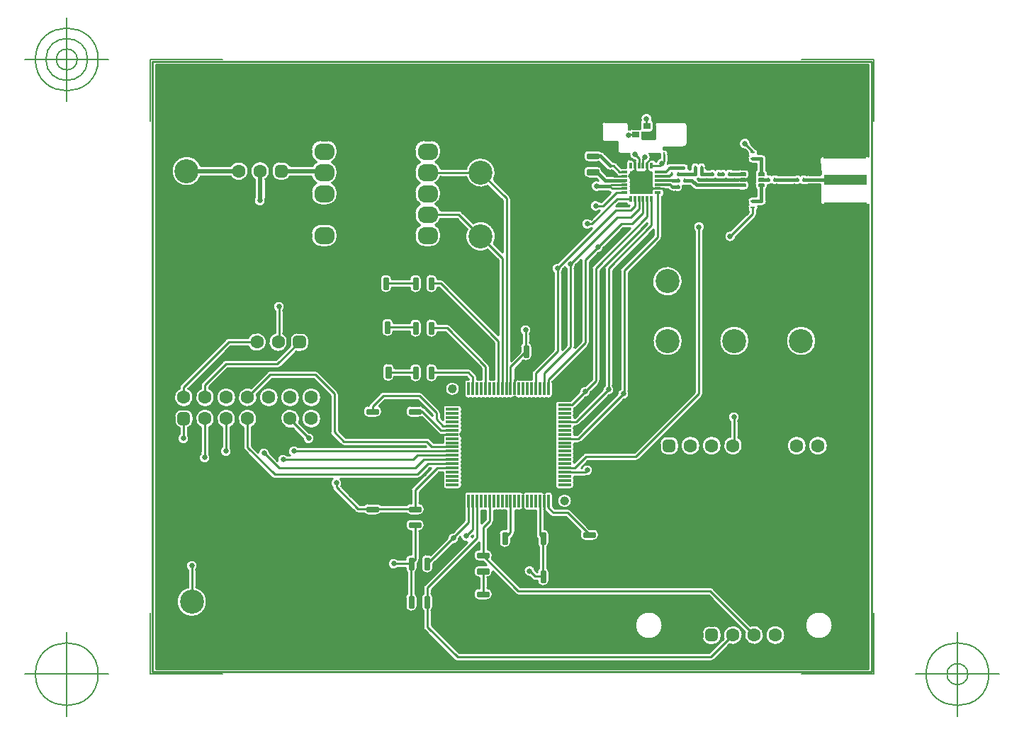
<source format=gbr>
G04 Generated by Ultiboard 14.0 *
%FSLAX24Y24*%
%MOIN*%

%ADD10C,0.0001*%
%ADD11C,0.0001*%
%ADD12C,0.0100*%
%ADD13C,0.0200*%
%ADD14C,0.0050*%
%ADD15C,0.0160*%
%ADD16C,0.0140*%
%ADD17C,0.1130*%
%ADD18C,0.0260*%
%ADD19C,0.0633*%
%ADD20R,0.0208X0.0208*%
%ADD21C,0.0392*%
%ADD22R,0.0417X0.0108*%
%ADD23C,0.0167*%
%ADD24R,0.0108X0.0417*%
%ADD25R,0.0118X0.0591*%
%ADD26R,0.0591X0.0118*%
%ADD27R,0.0315X0.0157*%
%ADD28C,0.0630*%
%ADD29R,0.0098X0.0197*%
%ADD30R,0.2050X0.0951*%
%ADD31R,0.2050X0.0971*%
%ADD32R,0.2050X0.0500*%
%ADD33R,0.0315X0.0118*%
%ADD34R,0.0118X0.0315*%
%ADD35R,0.0197X0.0098*%
%ADD36R,0.0236X0.0118*%
%ADD37C,0.0079*%
%ADD38R,0.0335X0.0295*%


G04 ColorRGB 00FF00 for the following layer *
%LNCopper Top*%
%LPD*%
G54D10*
G36*
X54172Y26666D02*
G75*
D01*
G02X54290Y26699I119J-197*
G01*
X54290Y26699D01*
X54457Y26699D01*
X54457Y27022D01*
G75*
D01*
G02X54379Y27175I112J153*
G01*
X54379Y27175D01*
X54379Y27293D01*
G74*
D01*
G02X54392Y27362I191J0*
G01*
G75*
D01*
G02X54379Y27431I177J69*
G01*
X54379Y27431D01*
X54379Y27549D01*
G74*
D01*
G02X54392Y27618I191J0*
G01*
G75*
D01*
G02X54379Y27687I177J69*
G01*
X54379Y27687D01*
X54379Y27805D01*
G74*
D01*
G02X54451Y27954I191J0*
G01*
X54451Y27954D01*
X54451Y28241D01*
X54282Y28241D01*
G75*
D01*
G02X54164Y28274I1J232*
G01*
G75*
D01*
G02X54033Y28423I19J149*
G01*
X54033Y28423D01*
X54033Y28522D01*
G74*
D01*
G02X54070Y28620I151J1*
G01*
G75*
D01*
G02X54033Y28719I113J99*
G01*
X54033Y28719D01*
X54033Y28783D01*
X53906Y28910D01*
G75*
D01*
G02X54190Y29194I4J280*
G01*
X54190Y29194D01*
X54256Y29128D01*
X54256Y29128D01*
X54422Y28962D01*
G74*
D01*
G02X54531Y28817I41J144*
G01*
X54531Y28817D01*
X54531Y28719D01*
G75*
D01*
G02X54531Y28704I-150J-7*
G01*
X54531Y28704D01*
X54682Y28704D01*
G74*
D01*
G02X54800Y28671I1J231*
G01*
G74*
D01*
G02X54931Y28522I19J149*
G01*
X54931Y28522D01*
X54931Y28423D01*
G75*
D01*
G02X54913Y28352I-150J0*
G01*
X54913Y28352D01*
X54913Y27962D01*
G74*
D01*
G02X54996Y27805I106J156*
G01*
X54996Y27805D01*
X54996Y27744D01*
X55067Y27744D01*
G74*
D01*
G02X55166Y27707I0J151*
G01*
G75*
D01*
G02X55264Y27744I99J-113*
G01*
X55264Y27744D01*
X55363Y27744D01*
G74*
D01*
G02X55434Y27726I0J151*
G01*
X55434Y27726D01*
X56272Y27726D01*
G75*
D01*
G02X56324Y27735I51J-142*
G01*
X56324Y27735D01*
X56422Y27735D01*
G74*
D01*
G02X56521Y27698I0J151*
G01*
G75*
D01*
G02X56619Y27735I99J-113*
G01*
X56619Y27735D01*
X56718Y27735D01*
G74*
D01*
G02X56789Y27717I0J151*
G01*
X56789Y27717D01*
X56850Y27717D01*
X56858Y27719D01*
G75*
D01*
G02X56921Y27728I64J-221*
G01*
X56921Y27728D01*
X57464Y27728D01*
X57464Y27730D01*
G74*
D01*
G02X57468Y27764I151J1*
G01*
X57468Y27764D01*
X57430Y28441D01*
G75*
D01*
G02X57580Y28601I150J10*
G01*
X57580Y28601D01*
X59629Y28611D01*
G75*
D01*
G02X59730Y28573I1J-151*
G01*
X59730Y28573D01*
X59730Y32899D01*
X26211Y32899D01*
X26211Y4451D01*
X59730Y4451D01*
X59730Y26316D01*
G74*
D01*
G02X59661Y26299I70J134*
G01*
X59661Y26299D01*
X57611Y26289D01*
X57610Y26289D01*
G75*
D01*
G02X57459Y26440I0J151*
G01*
X57459Y26440D01*
X57459Y27210D01*
G74*
D01*
G02X57464Y27248I151J1*
G01*
X57464Y27248D01*
X57464Y27266D01*
X56981Y27266D01*
G74*
D01*
G02X56910Y27255I70J220*
G01*
X56910Y27255D01*
X56789Y27255D01*
G74*
D01*
G02X56718Y27237I71J131*
G01*
X56718Y27237D01*
X56619Y27237D01*
G75*
D01*
G02X56521Y27273I-1J150*
G01*
G74*
D01*
G02X56422Y27237I97J114*
G01*
X56422Y27237D01*
X56324Y27237D01*
G75*
D01*
G02X56238Y27263I-2J150*
G01*
X56238Y27263D01*
X55434Y27263D01*
G74*
D01*
G02X55363Y27245I71J132*
G01*
X55363Y27245D01*
X55264Y27245D01*
G75*
D01*
G02X55166Y27282I1J151*
G01*
G74*
D01*
G02X55067Y27245I99J113*
G01*
X55067Y27245D01*
X54996Y27245D01*
X54996Y27175D01*
G75*
D01*
G02X54919Y27022I-190J0*
G01*
X54919Y27022D01*
X54919Y26587D01*
G74*
D01*
G02X54936Y26517I134J70*
G01*
X54936Y26517D01*
X54936Y26419D01*
G75*
D01*
G02X54805Y26269I-151J0*
G01*
G74*
D01*
G02X54687Y26237I117J199*
G01*
X54687Y26237D01*
X54538Y26237D01*
G74*
D01*
G02X54539Y26221I149J17*
G01*
X54539Y26221D01*
X54539Y26123D01*
G75*
D01*
G02X54491Y26013I-151J0*
G01*
X54491Y26013D01*
X54491Y25880D01*
G75*
D01*
G02X54432Y25738I-201J0*
G01*
X54432Y25738D01*
X54257Y25563D01*
X53510Y24816D01*
G75*
D01*
G02X53226Y25100I-280J4*
G01*
X53226Y25100D01*
X54089Y25963D01*
X54089Y26013D01*
G75*
D01*
G02X54041Y26123I102J110*
G01*
X54041Y26123D01*
X54041Y26221D01*
G74*
D01*
G02X54078Y26320I151J0*
G01*
G75*
D01*
G02X54041Y26419I113J99*
G01*
X54041Y26419D01*
X54041Y26517D01*
G74*
D01*
G02X54172Y26666I151J1*
G01*
D02*
G37*
%LPC*%
G36*
X57208Y23047D02*
G75*
D01*
G02X57208Y23047I-627J-343*
G01*
D02*
G37*
G36*
X44900Y11599D02*
G75*
D01*
G02X44758Y11658I0J201*
G01*
X44758Y11658D01*
X44528Y11888D01*
G74*
D01*
G02X44477Y11973I141J142*
G01*
X44477Y11973D01*
X44477Y11043D01*
X44479Y11043D01*
G74*
D01*
G02X44714Y10808I0J235*
G01*
X44714Y10808D01*
X44714Y10392D01*
G75*
D01*
G02X44626Y10209I-235J0*
G01*
X44626Y10209D01*
X44626Y9191D01*
G74*
D01*
G02X44714Y9008I146J183*
G01*
X44714Y9008D01*
X44714Y8592D01*
G75*
D01*
G02X44479Y8357I-235J0*
G01*
X44479Y8357D01*
X44371Y8357D01*
G75*
D01*
G02X44136Y8592I0J235*
G01*
X44136Y8592D01*
X44136Y8599D01*
X44060Y8599D01*
G75*
D01*
G02X43991Y8611I-1J201*
G01*
G74*
D01*
G02X43918Y8658I70J189*
G01*
X43918Y8658D01*
X43796Y8780D01*
G75*
D01*
G02X44070Y9075I-6J280*
G01*
X44070Y9075D01*
X44136Y9008D01*
X44136Y9008D01*
G74*
D01*
G02X44224Y9191I235J0*
G01*
X44224Y9191D01*
X44224Y10209D01*
G75*
D01*
G02X44136Y10392I146J183*
G01*
X44136Y10392D01*
X44136Y10604D01*
X44134Y10607D01*
G75*
D01*
G02X44075Y10749I141J142*
G01*
X44075Y10749D01*
X44075Y11916D01*
X44020Y11916D01*
G75*
D01*
G02X43981Y11921I0J151*
G01*
G74*
D01*
G02X43942Y11916I39J146*
G01*
X43942Y11916D01*
X43824Y11916D01*
G75*
D01*
G02X43784Y11921I-1J151*
G01*
G74*
D01*
G02X43745Y11916I39J146*
G01*
X43745Y11916D01*
X43627Y11916D01*
G75*
D01*
G02X43489Y12006I0J151*
G01*
G74*
D01*
G02X43351Y11916I137J60*
G01*
X43351Y11916D01*
X43233Y11916D01*
G75*
D01*
G02X43194Y11921I0J151*
G01*
G74*
D01*
G02X43154Y11916I39J146*
G01*
X43154Y11916D01*
X43099Y11916D01*
X43099Y10873D01*
G75*
D01*
G02X43040Y10731I-201J0*
G01*
X43040Y10731D01*
X42914Y10604D01*
X42914Y10392D01*
G75*
D01*
G02X42679Y10157I-235J0*
G01*
X42679Y10157D01*
X42571Y10157D01*
G75*
D01*
G02X42336Y10392I0J235*
G01*
X42336Y10392D01*
X42336Y10808D01*
G75*
D01*
G02X42571Y11043I235J0*
G01*
X42571Y11043D01*
X42679Y11043D01*
G74*
D01*
G02X42697Y11042I4J235*
G01*
X42697Y11042D01*
X42697Y11916D01*
X42643Y11916D01*
G75*
D01*
G02X42603Y11921I-1J151*
G01*
G74*
D01*
G02X42564Y11916I39J146*
G01*
X42564Y11916D01*
X42446Y11916D01*
G75*
D01*
G02X42406Y11921I-1J151*
G01*
G74*
D01*
G02X42367Y11916I39J146*
G01*
X42367Y11916D01*
X42249Y11916D01*
G75*
D01*
G02X42209Y11921I-1J151*
G01*
G74*
D01*
G02X42170Y11916I39J146*
G01*
X42170Y11916D01*
X42115Y11916D01*
X42115Y11414D01*
G75*
D01*
G02X42056Y11272I-201J0*
G01*
X42056Y11272D01*
X41801Y11017D01*
X41801Y10084D01*
X41808Y10084D01*
G74*
D01*
G02X42043Y9849I0J235*
G01*
X42043Y9849D01*
X42043Y9741D01*
G75*
D01*
G02X42020Y9639I-235J-1*
G01*
X42020Y9639D01*
X43348Y8311D01*
X52283Y8311D01*
G74*
D01*
G02X52425Y8252I0J201*
G01*
X52425Y8252D01*
X54197Y6480D01*
G75*
D01*
G02X53913Y6196I155J-439*
G01*
X53913Y6196D01*
X52199Y7909D01*
X43265Y7909D01*
G75*
D01*
G02X43123Y7968I0J201*
G01*
X43123Y7968D01*
X42043Y9048D01*
X42043Y8991D01*
G75*
D01*
G02X41808Y8756I-235J0*
G01*
X41808Y8756D01*
X41801Y8756D01*
X41801Y8264D01*
X41808Y8264D01*
G74*
D01*
G02X42043Y8029I0J235*
G01*
X42043Y8029D01*
X42043Y7921D01*
G75*
D01*
G02X41808Y7686I-235J0*
G01*
X41808Y7686D01*
X41392Y7686D01*
G75*
D01*
G02X41157Y7921I0J235*
G01*
X41157Y7921D01*
X41157Y8029D01*
G75*
D01*
G02X41392Y8264I235J0*
G01*
X41392Y8264D01*
X41399Y8264D01*
X41399Y8756D01*
X41392Y8756D01*
G75*
D01*
G02X41157Y8991I0J235*
G01*
X41157Y8991D01*
X41157Y9099D01*
G75*
D01*
G02X41392Y9334I235J0*
G01*
X41392Y9334D01*
X41757Y9334D01*
X41584Y9506D01*
X41392Y9506D01*
G75*
D01*
G02X41157Y9741I0J235*
G01*
X41157Y9741D01*
X41157Y9849D01*
G75*
D01*
G02X41392Y10084I235J0*
G01*
X41392Y10084D01*
X41399Y10084D01*
X41399Y10415D01*
X39176Y8192D01*
X39176Y7991D01*
G74*
D01*
G02X39264Y7808I146J183*
G01*
X39264Y7808D01*
X39264Y7392D01*
G75*
D01*
G02X39176Y7209I-235J0*
G01*
X39176Y7209D01*
X39176Y6508D01*
X40483Y5201D01*
X52229Y5201D01*
X52913Y5884D01*
G75*
D01*
G02X53197Y5600I439J155*
G01*
X53197Y5600D01*
X52455Y4858D01*
G74*
D01*
G02X52313Y4799I142J141*
G01*
X52313Y4799D01*
X40400Y4799D01*
G75*
D01*
G02X40258Y4858I0J201*
G01*
X40258Y4858D01*
X38833Y6283D01*
G75*
D01*
G02X38774Y6425I141J142*
G01*
X38774Y6425D01*
X38774Y7209D01*
G75*
D01*
G02X38686Y7392I146J183*
G01*
X38686Y7392D01*
X38686Y7808D01*
G74*
D01*
G02X38774Y7991I235J0*
G01*
X38774Y7991D01*
X38774Y8275D01*
G75*
D01*
G02X38833Y8417I201J0*
G01*
X38833Y8417D01*
X40838Y10423D01*
G75*
D01*
G02X40522Y10663I-39J276*
G01*
X40522Y10663D01*
X40479Y10620D01*
G75*
D01*
G02X40180Y10321I-278J-21*
G01*
X40180Y10321D01*
X39264Y9404D01*
X39264Y9192D01*
G75*
D01*
G02X39029Y8957I-235J0*
G01*
X39029Y8957D01*
X38921Y8957D01*
G75*
D01*
G02X38686Y9192I0J235*
G01*
X38686Y9192D01*
X38686Y9608D01*
G75*
D01*
G02X38921Y9843I235J0*
G01*
X38921Y9843D01*
X39029Y9843D01*
G74*
D01*
G02X39117Y9826I0J235*
G01*
X39117Y9826D01*
X39922Y10631D01*
G74*
D01*
G02X40169Y10878I277J30*
G01*
X40169Y10878D01*
X40729Y11438D01*
X40729Y12016D01*
G75*
D01*
G02X40720Y12067I141J51*
G01*
X40720Y12067D01*
X40720Y12657D01*
G75*
D01*
G02X40871Y12808I151J0*
G01*
X40871Y12808D01*
X40989Y12808D01*
G74*
D01*
G02X41028Y12803I0J151*
G01*
G75*
D01*
G02X41068Y12808I39J-146*
G01*
X41068Y12808D01*
X41186Y12808D01*
G74*
D01*
G02X41225Y12803I0J151*
G01*
G75*
D01*
G02X41265Y12808I39J-146*
G01*
X41265Y12808D01*
X41383Y12808D01*
G74*
D01*
G02X41422Y12803I0J151*
G01*
G75*
D01*
G02X41461Y12808I39J-146*
G01*
X41461Y12808D01*
X41580Y12808D01*
G74*
D01*
G02X41619Y12803I0J151*
G01*
G75*
D01*
G02X41658Y12808I39J-146*
G01*
X41658Y12808D01*
X41776Y12808D01*
G74*
D01*
G02X41816Y12803I1J151*
G01*
G75*
D01*
G02X41855Y12808I39J-146*
G01*
X41855Y12808D01*
X41973Y12808D01*
G74*
D01*
G02X42013Y12803I1J151*
G01*
G75*
D01*
G02X42052Y12808I39J-146*
G01*
X42052Y12808D01*
X42170Y12808D01*
G74*
D01*
G02X42209Y12803I0J151*
G01*
G75*
D01*
G02X42249Y12808I39J-146*
G01*
X42249Y12808D01*
X42367Y12808D01*
G74*
D01*
G02X42406Y12803I0J151*
G01*
G75*
D01*
G02X42446Y12808I39J-146*
G01*
X42446Y12808D01*
X42564Y12808D01*
G74*
D01*
G02X42603Y12803I0J151*
G01*
G75*
D01*
G02X42643Y12808I39J-146*
G01*
X42643Y12808D01*
X42761Y12808D01*
G74*
D01*
G02X42800Y12803I0J151*
G01*
G75*
D01*
G02X42839Y12808I39J-146*
G01*
X42839Y12808D01*
X42957Y12808D01*
G74*
D01*
G02X42997Y12803I1J151*
G01*
G75*
D01*
G02X43036Y12808I39J-146*
G01*
X43036Y12808D01*
X43154Y12808D01*
G74*
D01*
G02X43194Y12803I1J151*
G01*
G75*
D01*
G02X43233Y12808I39J-146*
G01*
X43233Y12808D01*
X43351Y12808D01*
G74*
D01*
G02X43489Y12719I0J151*
G01*
G75*
D01*
G02X43627Y12808I138J-62*
G01*
X43627Y12808D01*
X43745Y12808D01*
G74*
D01*
G02X43784Y12803I0J151*
G01*
G75*
D01*
G02X43824Y12808I39J-146*
G01*
X43824Y12808D01*
X43942Y12808D01*
G74*
D01*
G02X43981Y12803I0J151*
G01*
G75*
D01*
G02X44020Y12808I39J-146*
G01*
X44020Y12808D01*
X44139Y12808D01*
G74*
D01*
G02X44178Y12803I0J151*
G01*
G75*
D01*
G02X44217Y12808I39J-146*
G01*
X44217Y12808D01*
X44335Y12808D01*
G74*
D01*
G02X44473Y12719I0J151*
G01*
G75*
D01*
G02X44611Y12808I138J-62*
G01*
X44611Y12808D01*
X44729Y12808D01*
G74*
D01*
G02X44880Y12657I0J151*
G01*
X44880Y12657D01*
X44880Y12104D01*
X44983Y12001D01*
X45575Y12001D01*
G74*
D01*
G02X45717Y11942I0J201*
G01*
X45717Y11942D01*
X46596Y11064D01*
X46808Y11064D01*
G74*
D01*
G02X47043Y10829I0J235*
G01*
X47043Y10829D01*
X47043Y10721D01*
G75*
D01*
G02X46808Y10486I-235J0*
G01*
X46808Y10486D01*
X46392Y10486D01*
G75*
D01*
G02X46157Y10721I0J235*
G01*
X46157Y10721D01*
X46157Y10829D01*
G74*
D01*
G02X46174Y10917I235J0*
G01*
X46174Y10917D01*
X45492Y11599D01*
X44900Y11599D01*
D02*
G37*
G36*
X54256Y15415D02*
G75*
D01*
G02X54256Y15415I103J-455*
G01*
D02*
G37*
G36*
X49646Y23047D02*
G75*
D01*
G02X49646Y23047I627J-343*
G01*
D02*
G37*
G36*
X43937Y18522D02*
X43937Y18522D01*
X44807Y19391D01*
X44899Y19483D01*
X44899Y23105D01*
G75*
D01*
G02X45096Y23580I201J195*
G01*
X45096Y23580D01*
X46715Y25199D01*
X46695Y25199D01*
G75*
D01*
G02X46669Y25623I-195J201*
G01*
X46669Y25623D01*
X47090Y26044D01*
X47090Y26044D01*
G75*
D01*
G02X47100Y26446I-190J206*
G01*
X47100Y26446D01*
X47162Y26446D01*
X47597Y26881D01*
G74*
D01*
G02X47527Y26927I73J187*
G01*
X47527Y26927D01*
X47505Y26949D01*
X47098Y26949D01*
G75*
D01*
G02X47015Y27450I-156J232*
G01*
X47015Y27450D01*
X46902Y27563D01*
X46552Y27563D01*
G75*
D01*
G02X46317Y27797I-1J234*
G01*
X46317Y27797D01*
X46317Y27906D01*
G75*
D01*
G02X46552Y28140I235J-1*
G01*
X46552Y28140D01*
X46968Y28140D01*
G74*
D01*
G02X47203Y27916I1J234*
G01*
X47203Y27916D01*
X47428Y27691D01*
X47909Y27691D01*
G74*
D01*
G02X47885Y27711I116J163*
G01*
X47885Y27711D01*
X47671Y27925D01*
G75*
D01*
G02X47462Y27939I-91J212*
G01*
G74*
D01*
G02X47334Y28057I20J150*
G01*
X47334Y28057D01*
X47059Y28331D01*
G74*
D01*
G02X46968Y28313I90J216*
G01*
X46968Y28313D01*
X46552Y28313D01*
G75*
D01*
G02X46317Y28547I-1J234*
G01*
X46317Y28547D01*
X46317Y28656D01*
G75*
D01*
G02X46552Y28890I235J-1*
G01*
X46552Y28890D01*
X46968Y28890D01*
G74*
D01*
G02X47122Y28833I1J234*
G01*
G74*
D01*
G02X47280Y28765I6J231*
G01*
X47280Y28765D01*
X47706Y28339D01*
X47742Y28339D01*
G74*
D01*
G02X47885Y28280I1J201*
G01*
X47885Y28280D01*
X48101Y28063D01*
X48330Y28063D01*
X48330Y28306D01*
G75*
D01*
G02X48480Y28457I150J1*
G01*
X48480Y28457D01*
X48581Y28457D01*
G75*
D01*
G02X48473Y28719I168J223*
G01*
X48473Y28719D01*
X48060Y28719D01*
G75*
D01*
G02X47998Y28732I-1J151*
G01*
G75*
D01*
G02X47909Y28873I62J138*
G01*
X47909Y28873D01*
X47917Y29269D01*
X47320Y29269D01*
G75*
D01*
G02X47169Y29420I0J151*
G01*
X47169Y29420D01*
X47169Y30080D01*
G75*
D01*
G02X47320Y30231I151J0*
G01*
X47320Y30231D01*
X48300Y30231D01*
G74*
D01*
G02X48451Y30080I0J151*
G01*
X48451Y30080D01*
X48451Y29860D01*
G75*
D01*
G02X48499Y29857I7J-280*
G01*
G75*
D01*
G02X48603Y29898I103J-109*
G01*
X48603Y29898D01*
X48937Y29898D01*
G74*
D01*
G02X48983Y29891I1J150*
G01*
X48983Y29891D01*
X48983Y30161D01*
G74*
D01*
G02X49026Y30266I151J1*
G01*
G75*
D01*
G02X49559Y30282I264J93*
G01*
G74*
D01*
G02X49620Y30161I89J121*
G01*
X49620Y30161D01*
X49620Y29866D01*
G75*
D01*
G02X49469Y29715I-151J0*
G01*
X49469Y29715D01*
X49134Y29715D01*
G75*
D01*
G02X49088Y29722I-1J151*
G01*
X49088Y29722D01*
X49088Y29452D01*
G75*
D01*
G02X49086Y29431I-151J4*
G01*
X49086Y29431D01*
X49669Y29431D01*
X49669Y30060D01*
G75*
D01*
G02X49820Y30211I151J0*
G01*
X49820Y30211D01*
X51060Y30211D01*
G74*
D01*
G02X51211Y30060I0J151*
G01*
X51211Y30060D01*
X51211Y29180D01*
G75*
D01*
G02X51061Y29029I-151J0*
G01*
X51061Y29029D01*
X50076Y29021D01*
X50079Y28929D01*
X50151Y28929D01*
G74*
D01*
G02X50302Y28778I0J151*
G01*
X50302Y28778D01*
X50302Y28700D01*
G74*
D01*
G02X50303Y28680I199J20*
G01*
X50303Y28680D01*
X50303Y28340D01*
G75*
D01*
G02X50280Y28246I-201J-1*
G01*
G75*
D01*
G02X50280Y28239I-280J-3*
G01*
G74*
D01*
G02X50292Y28241I31J148*
G01*
G75*
D01*
G02X50410Y28273I117J-199*
G01*
X50410Y28273D01*
X51024Y28273D01*
G74*
D01*
G02X51130Y28248I1J231*
G01*
G74*
D01*
G02X51279Y28097I2J151*
G01*
X51279Y28097D01*
X51279Y27999D01*
G75*
D01*
G02X51278Y27983I-151J1*
G01*
X51278Y27983D01*
X51351Y27983D01*
X51351Y28050D01*
G74*
D01*
G02X51384Y28168I231J1*
G01*
G75*
D01*
G02X51533Y28299I149J-19*
G01*
X51533Y28299D01*
X51631Y28299D01*
G74*
D01*
G02X51730Y28262I0J151*
G01*
G75*
D01*
G02X51829Y28299I99J-113*
G01*
X51829Y28299D01*
X51927Y28299D01*
G74*
D01*
G02X52076Y28168I1J151*
G01*
G74*
D01*
G02X52109Y28050I197J119*
G01*
X52109Y28050D01*
X52109Y27982D01*
G75*
D01*
G02X52130Y27983I21J-229*
G01*
X52130Y27983D01*
X52266Y27983D01*
G75*
D01*
G02X52333Y27999I67J-134*
G01*
X52333Y27999D01*
X52431Y27999D01*
G74*
D01*
G02X52530Y27962I0J151*
G01*
G75*
D01*
G02X52629Y27999I99J-113*
G01*
X52629Y27999D01*
X52727Y27999D01*
G74*
D01*
G02X52780Y27990I2J151*
G01*
G75*
D01*
G02X52833Y27999I51J-142*
G01*
X52833Y27999D01*
X52931Y27999D01*
G74*
D01*
G02X53030Y27962I0J151*
G01*
G75*
D01*
G02X53129Y27999I99J-113*
G01*
X53129Y27999D01*
X53227Y27999D01*
G74*
D01*
G02X53299Y27981I1J151*
G01*
X53299Y27981D01*
X53398Y27981D01*
G75*
D01*
G02X53430Y27983I30J-229*
G01*
X53430Y27983D01*
X53638Y27983D01*
G75*
D01*
G02X53704Y27995I66J-177*
G01*
X53704Y27995D01*
X53940Y27995D01*
G74*
D01*
G02X54130Y27805I0J190*
G01*
X54130Y27805D01*
X54130Y27687D01*
G75*
D01*
G02X53940Y27496I-190J-1*
G01*
X53940Y27496D01*
X53704Y27496D01*
G75*
D01*
G02X53610Y27521I0J191*
G01*
X53610Y27521D01*
X53460Y27521D01*
G74*
D01*
G02X53428Y27519I30J229*
G01*
X53428Y27519D01*
X53299Y27519D01*
G74*
D01*
G02X53227Y27501I71J133*
G01*
X53227Y27501D01*
X53129Y27501D01*
G75*
D01*
G02X53030Y27538I0J151*
G01*
G74*
D01*
G02X52931Y27501I99J113*
G01*
X52931Y27501D01*
X52833Y27501D01*
G75*
D01*
G02X52780Y27510I-2J151*
G01*
G74*
D01*
G02X52727Y27501I51J142*
G01*
X52727Y27501D01*
X52629Y27501D01*
G75*
D01*
G02X52530Y27538I0J151*
G01*
G74*
D01*
G02X52431Y27501I99J113*
G01*
X52431Y27501D01*
X52333Y27501D01*
G75*
D01*
G02X52258Y27521I0J151*
G01*
X52258Y27521D01*
X52160Y27521D01*
G74*
D01*
G02X52128Y27519I30J229*
G01*
X52128Y27519D01*
X51999Y27519D01*
G74*
D01*
G02X51927Y27501I71J133*
G01*
X51927Y27501D01*
X51829Y27501D01*
G75*
D01*
G02X51730Y27538I0J151*
G01*
G74*
D01*
G02X51689Y27512I100J112*
G01*
X51689Y27512D01*
X51736Y27465D01*
X53622Y27465D01*
G75*
D01*
G02X53704Y27483I81J-172*
G01*
X53704Y27483D01*
X53940Y27483D01*
G74*
D01*
G02X54130Y27293I0J190*
G01*
X54130Y27293D01*
X54130Y27175D01*
G75*
D01*
G02X53940Y26985I-190J0*
G01*
X53940Y26985D01*
X53704Y26985D01*
G75*
D01*
G02X53622Y27003I-1J190*
G01*
X53622Y27003D01*
X51640Y27003D01*
X51640Y27003D01*
X51640Y27003D01*
X51635Y27003D01*
G75*
D01*
G02X51447Y27100I0J231*
G01*
X51447Y27100D01*
X51330Y27217D01*
X51322Y27217D01*
G75*
D01*
G02X51290Y27219I-2J231*
G01*
X51290Y27219D01*
X51202Y27219D01*
G74*
D01*
G02X51130Y27201I71J133*
G01*
X51130Y27201D01*
X51032Y27201D01*
G75*
D01*
G02X51000Y27204I-2J151*
G01*
G75*
D01*
G02X50974Y27032I-225J-54*
G01*
G74*
D01*
G02X50824Y26901I150J20*
G01*
X50824Y26901D01*
X50726Y26901D01*
G75*
D01*
G02X50635Y26931I-1J151*
G01*
X50635Y26931D01*
X50522Y26931D01*
G75*
D01*
G02X50403Y26964I0J231*
G01*
G74*
D01*
G02X50290Y27042I19J149*
G01*
X50290Y27042D01*
X50076Y27042D01*
G74*
D01*
G02X50127Y26928I100J113*
G01*
X50127Y26928D01*
X50127Y26810D01*
G75*
D01*
G02X50020Y26666I-151J0*
G01*
X50020Y26666D01*
X50020Y24789D01*
G75*
D01*
G02X49961Y24647I-201J0*
G01*
X49961Y24647D01*
X48440Y23126D01*
X48440Y17544D01*
G75*
D01*
G02X48204Y17120I-238J-145*
G01*
X48204Y17120D01*
X46238Y15153D01*
G74*
D01*
G02X46095Y15094I142J142*
G01*
X46095Y15094D01*
X45884Y15094D01*
X45884Y15039D01*
G75*
D01*
G02X45879Y15000I-151J0*
G01*
G74*
D01*
G02X45884Y14961I146J39*
G01*
X45884Y14961D01*
X45884Y14843D01*
G75*
D01*
G02X45879Y14803I-151J-1*
G01*
G74*
D01*
G02X45884Y14764I146J39*
G01*
X45884Y14764D01*
X45884Y14646D01*
G75*
D01*
G02X45879Y14606I-151J-1*
G01*
G74*
D01*
G02X45884Y14567I146J39*
G01*
X45884Y14567D01*
X45884Y14449D01*
G75*
D01*
G02X45879Y14409I-151J-1*
G01*
G74*
D01*
G02X45884Y14370I146J39*
G01*
X45884Y14370D01*
X45884Y14252D01*
G75*
D01*
G02X45879Y14213I-151J0*
G01*
G74*
D01*
G02X45884Y14173I146J39*
G01*
X45884Y14173D01*
X45884Y14168D01*
X46303Y14587D01*
G74*
D01*
G02X46418Y14644I142J141*
G01*
G75*
D01*
G02X46445Y14646I28J-198*
G01*
X46445Y14646D01*
X48712Y14646D01*
X51559Y17493D01*
X51559Y25065D01*
G75*
D01*
G02X51961Y25065I201J195*
G01*
X51961Y25065D01*
X51961Y17410D01*
G75*
D01*
G02X51902Y17268I-201J0*
G01*
X51902Y17268D01*
X48937Y14303D01*
G74*
D01*
G02X48811Y14245I141J141*
G01*
G75*
D01*
G02X48795Y14244I-20J199*
G01*
X48795Y14244D01*
X46528Y14244D01*
X46206Y13921D01*
X46248Y13921D01*
G75*
D01*
G02X46458Y13523I251J-122*
G01*
G74*
D01*
G02X46420Y13520I35J197*
G01*
X46420Y13520D01*
X45884Y13520D01*
X45884Y13465D01*
G75*
D01*
G02X45879Y13425I-151J-1*
G01*
G74*
D01*
G02X45884Y13386I146J39*
G01*
X45884Y13386D01*
X45884Y13268D01*
G75*
D01*
G02X45879Y13228I-151J-1*
G01*
G74*
D01*
G02X45884Y13189I146J39*
G01*
X45884Y13189D01*
X45884Y13071D01*
G75*
D01*
G02X45733Y12920I-151J0*
G01*
X45733Y12920D01*
X45143Y12920D01*
G75*
D01*
G02X44992Y13071I0J151*
G01*
X44992Y13071D01*
X44992Y13189D01*
G74*
D01*
G02X44997Y13228I151J0*
G01*
G75*
D01*
G02X44992Y13268I146J39*
G01*
X44992Y13268D01*
X44992Y13386D01*
G74*
D01*
G02X44997Y13425I151J0*
G01*
G75*
D01*
G02X44992Y13465I146J39*
G01*
X44992Y13465D01*
X44992Y13583D01*
G74*
D01*
G02X44997Y13622I151J0*
G01*
G75*
D01*
G02X44992Y13661I146J39*
G01*
X44992Y13661D01*
X44992Y13780D01*
G74*
D01*
G02X44997Y13819I151J0*
G01*
G75*
D01*
G02X44992Y13858I146J39*
G01*
X44992Y13858D01*
X44992Y13976D01*
G74*
D01*
G02X44997Y14016I151J1*
G01*
G75*
D01*
G02X44992Y14055I146J39*
G01*
X44992Y14055D01*
X44992Y14173D01*
G74*
D01*
G02X44997Y14213I151J1*
G01*
G75*
D01*
G02X44992Y14252I146J39*
G01*
X44992Y14252D01*
X44992Y14370D01*
G74*
D01*
G02X44997Y14409I151J0*
G01*
G75*
D01*
G02X44992Y14449I146J39*
G01*
X44992Y14449D01*
X44992Y14567D01*
G74*
D01*
G02X44997Y14606I151J0*
G01*
G75*
D01*
G02X44992Y14646I146J39*
G01*
X44992Y14646D01*
X44992Y14764D01*
G74*
D01*
G02X44997Y14803I151J0*
G01*
G75*
D01*
G02X44992Y14843I146J39*
G01*
X44992Y14843D01*
X44992Y14961D01*
G74*
D01*
G02X44997Y15000I151J0*
G01*
G75*
D01*
G02X44992Y15039I146J39*
G01*
X44992Y15039D01*
X44992Y15157D01*
G74*
D01*
G02X44997Y15197I151J1*
G01*
G75*
D01*
G02X44992Y15236I146J39*
G01*
X44992Y15236D01*
X44992Y15354D01*
G74*
D01*
G02X44997Y15394I151J1*
G01*
G75*
D01*
G02X44992Y15433I146J39*
G01*
X44992Y15433D01*
X44992Y15551D01*
G74*
D01*
G02X44997Y15591I151J1*
G01*
G75*
D01*
G02X44992Y15630I146J39*
G01*
X44992Y15630D01*
X44992Y15748D01*
G74*
D01*
G02X44997Y15787I151J0*
G01*
G75*
D01*
G02X44992Y15827I146J39*
G01*
X44992Y15827D01*
X44992Y15945D01*
G74*
D01*
G02X44997Y15984I151J0*
G01*
G75*
D01*
G02X44992Y16024I146J39*
G01*
X44992Y16024D01*
X44992Y16142D01*
G74*
D01*
G02X44997Y16181I151J0*
G01*
G75*
D01*
G02X44992Y16220I146J39*
G01*
X44992Y16220D01*
X44992Y16339D01*
G74*
D01*
G02X44997Y16378I151J0*
G01*
G75*
D01*
G02X44992Y16417I146J39*
G01*
X44992Y16417D01*
X44992Y16535D01*
G74*
D01*
G02X44997Y16575I151J1*
G01*
G75*
D01*
G02X44992Y16614I146J39*
G01*
X44992Y16614D01*
X44992Y16732D01*
G74*
D01*
G02X44997Y16772I151J1*
G01*
G75*
D01*
G02X44992Y16811I146J39*
G01*
X44992Y16811D01*
X44992Y16929D01*
G75*
D01*
G02X45143Y17080I151J0*
G01*
X45143Y17080D01*
X45696Y17080D01*
X46120Y17504D01*
G74*
D01*
G02X46396Y17780I280J4*
G01*
X46396Y17780D01*
X46699Y18083D01*
X46699Y23310D01*
G75*
D01*
G02X46758Y23452I201J0*
G01*
X46758Y23452D01*
X48520Y25214D01*
X48198Y25214D01*
X47280Y24296D01*
G74*
D01*
G02X47004Y24020I280J4*
G01*
X47004Y24020D01*
X46601Y23617D01*
X46601Y19800D01*
G75*
D01*
G02X46542Y19658I-201J0*
G01*
X46542Y19658D01*
X44871Y17987D01*
X44871Y17984D01*
G74*
D01*
G02X44880Y17933I141J51*
G01*
X44880Y17933D01*
X44880Y17343D01*
G75*
D01*
G02X44729Y17192I-151J0*
G01*
X44729Y17192D01*
X44611Y17192D01*
G75*
D01*
G02X44572Y17197I0J151*
G01*
G74*
D01*
G02X44532Y17192I39J146*
G01*
X44532Y17192D01*
X44414Y17192D01*
G75*
D01*
G02X44375Y17197I0J151*
G01*
G74*
D01*
G02X44335Y17192I39J146*
G01*
X44335Y17192D01*
X44217Y17192D01*
G75*
D01*
G02X44178Y17197I0J151*
G01*
G74*
D01*
G02X44139Y17192I39J146*
G01*
X44139Y17192D01*
X44020Y17192D01*
G75*
D01*
G02X43981Y17197I0J151*
G01*
G74*
D01*
G02X43942Y17192I39J146*
G01*
X43942Y17192D01*
X43824Y17192D01*
G75*
D01*
G02X43784Y17197I-1J151*
G01*
G74*
D01*
G02X43745Y17192I39J146*
G01*
X43745Y17192D01*
X43627Y17192D01*
G75*
D01*
G02X43587Y17197I-1J151*
G01*
G74*
D01*
G02X43548Y17192I39J146*
G01*
X43548Y17192D01*
X43430Y17192D01*
G75*
D01*
G02X43391Y17197I0J151*
G01*
G74*
D01*
G02X43351Y17192I39J146*
G01*
X43351Y17192D01*
X43233Y17192D01*
G75*
D01*
G02X43095Y17281I0J151*
G01*
G74*
D01*
G02X42957Y17192I138J62*
G01*
X42957Y17192D01*
X42839Y17192D01*
G75*
D01*
G02X42800Y17197I0J151*
G01*
G74*
D01*
G02X42761Y17192I39J146*
G01*
X42761Y17192D01*
X42643Y17192D01*
G75*
D01*
G02X42603Y17197I-1J151*
G01*
G74*
D01*
G02X42564Y17192I39J146*
G01*
X42564Y17192D01*
X42446Y17192D01*
G75*
D01*
G02X42406Y17197I-1J151*
G01*
G74*
D01*
G02X42367Y17192I39J146*
G01*
X42367Y17192D01*
X42249Y17192D01*
G75*
D01*
G02X42209Y17197I-1J151*
G01*
G74*
D01*
G02X42170Y17192I39J146*
G01*
X42170Y17192D01*
X42052Y17192D01*
G75*
D01*
G02X42013Y17197I0J151*
G01*
G74*
D01*
G02X41973Y17192I39J146*
G01*
X41973Y17192D01*
X41855Y17192D01*
G75*
D01*
G02X41816Y17197I0J151*
G01*
G74*
D01*
G02X41776Y17192I39J146*
G01*
X41776Y17192D01*
X41658Y17192D01*
G75*
D01*
G02X41619Y17197I0J151*
G01*
G74*
D01*
G02X41580Y17192I39J146*
G01*
X41580Y17192D01*
X41461Y17192D01*
G75*
D01*
G02X41422Y17197I0J151*
G01*
G74*
D01*
G02X41383Y17192I39J146*
G01*
X41383Y17192D01*
X41265Y17192D01*
G75*
D01*
G02X41225Y17197I-1J151*
G01*
G74*
D01*
G02X41186Y17192I39J146*
G01*
X41186Y17192D01*
X41068Y17192D01*
G75*
D01*
G02X41028Y17197I-1J151*
G01*
G74*
D01*
G02X40989Y17192I39J146*
G01*
X40989Y17192D01*
X40871Y17192D01*
G75*
D01*
G02X40720Y17343I0J151*
G01*
X40720Y17343D01*
X40720Y17933D01*
G75*
D01*
G02X40871Y18084I151J0*
G01*
X40871Y18084D01*
X40926Y18084D01*
X40926Y18090D01*
X40817Y18199D01*
X39464Y18199D01*
X39464Y18192D01*
G75*
D01*
G02X39229Y17957I-235J0*
G01*
X39229Y17957D01*
X39121Y17957D01*
G75*
D01*
G02X38886Y18192I0J235*
G01*
X38886Y18192D01*
X38886Y18608D01*
G75*
D01*
G02X39121Y18843I235J0*
G01*
X39121Y18843D01*
X39229Y18843D01*
G74*
D01*
G02X39464Y18608I0J235*
G01*
X39464Y18608D01*
X39464Y18601D01*
X40900Y18601D01*
G75*
D01*
G02X40950Y18595I1J-201*
G01*
G74*
D01*
G02X41042Y18542I51J194*
G01*
X41042Y18542D01*
X41269Y18316D01*
G74*
D01*
G02X41328Y18173I142J142*
G01*
X41328Y18173D01*
X41328Y18084D01*
X41383Y18084D01*
G74*
D01*
G02X41422Y18079I0J151*
G01*
G75*
D01*
G02X41461Y18084I39J-146*
G01*
X41461Y18084D01*
X41516Y18084D01*
X41516Y18599D01*
X39817Y20299D01*
X39464Y20299D01*
X39464Y20292D01*
G75*
D01*
G02X39229Y20057I-235J0*
G01*
X39229Y20057D01*
X39121Y20057D01*
G75*
D01*
G02X38886Y20292I0J235*
G01*
X38886Y20292D01*
X38886Y20708D01*
G75*
D01*
G02X39121Y20943I235J0*
G01*
X39121Y20943D01*
X39229Y20943D01*
G74*
D01*
G02X39464Y20708I0J235*
G01*
X39464Y20708D01*
X39464Y20701D01*
X39900Y20701D01*
G74*
D01*
G02X40042Y20642I0J201*
G01*
X40042Y20642D01*
X41859Y18825D01*
G74*
D01*
G02X41918Y18683I141J142*
G01*
X41918Y18683D01*
X41918Y18084D01*
X41973Y18084D01*
G74*
D01*
G02X42013Y18079I1J151*
G01*
G75*
D01*
G02X42052Y18084I39J-146*
G01*
X42052Y18084D01*
X42107Y18084D01*
X42107Y19809D01*
X39517Y22399D01*
X39464Y22399D01*
X39464Y22392D01*
G75*
D01*
G02X39229Y22157I-235J0*
G01*
X39229Y22157D01*
X39121Y22157D01*
G75*
D01*
G02X38886Y22392I0J235*
G01*
X38886Y22392D01*
X38886Y22808D01*
G75*
D01*
G02X39121Y23043I235J0*
G01*
X39121Y23043D01*
X39229Y23043D01*
G74*
D01*
G02X39464Y22808I0J235*
G01*
X39464Y22808D01*
X39464Y22801D01*
X39600Y22801D01*
G74*
D01*
G02X39742Y22742I0J201*
G01*
X39742Y22742D01*
X42304Y20180D01*
X42304Y23714D01*
X41827Y24191D01*
G75*
D01*
G02X40856Y25161I-344J627*
G01*
X40856Y25161D01*
X40367Y25650D01*
X39606Y25650D01*
G74*
D01*
G02X39369Y25357I451J122*
G01*
G74*
D01*
G02X39623Y24941I213J416*
G01*
X39623Y24941D01*
X39623Y24784D01*
G75*
D01*
G02X39155Y24317I-468J1*
G01*
X39155Y24317D01*
X38841Y24317D01*
G75*
D01*
G02X38373Y24784I-1J467*
G01*
X38373Y24784D01*
X38373Y24941D01*
G74*
D01*
G02X38627Y25357I468J0*
G01*
G75*
D01*
G02X38373Y25772I212J415*
G01*
X38373Y25772D01*
X38373Y25930D01*
G74*
D01*
G02X38627Y26345I468J1*
G01*
G75*
D01*
G02X38373Y26761I213J416*
G01*
X38373Y26761D01*
X38373Y26918D01*
G74*
D01*
G02X38627Y27334I468J0*
G01*
G75*
D01*
G02X38373Y27750I213J416*
G01*
X38373Y27750D01*
X38373Y27907D01*
G74*
D01*
G02X38627Y28323I468J0*
G01*
G75*
D01*
G02X38373Y28738I212J415*
G01*
X38373Y28738D01*
X38373Y28896D01*
G75*
D01*
G02X38841Y29363I468J-1*
G01*
X38841Y29363D01*
X39155Y29363D01*
G74*
D01*
G02X39623Y28896I1J467*
G01*
X39623Y28896D01*
X39623Y28738D01*
G75*
D01*
G02X39369Y28323I-468J1*
G01*
G74*
D01*
G02X39606Y28029I214J415*
G01*
X39606Y28029D01*
X40801Y28029D01*
G75*
D01*
G02X42113Y27482I682J-211*
G01*
X42113Y27482D01*
X42843Y26751D01*
G74*
D01*
G02X42903Y26609I140J143*
G01*
X42903Y26609D01*
X42903Y18962D01*
X43336Y19396D01*
X43336Y19608D01*
G74*
D01*
G02X43399Y19768I235J0*
G01*
X43399Y19768D01*
X43399Y20205D01*
G75*
D01*
G02X43801Y20205I201J195*
G01*
X43801Y20205D01*
X43801Y19809D01*
G74*
D01*
G02X43914Y19608I122J201*
G01*
X43914Y19608D01*
X43914Y19192D01*
G75*
D01*
G02X43679Y18957I-235J0*
G01*
X43679Y18957D01*
X43571Y18957D01*
G75*
D01*
G02X43483Y18974I0J235*
G01*
X43483Y18974D01*
X43099Y18590D01*
X43099Y18003D01*
G75*
D01*
G02X43233Y18084I134J-70*
G01*
X43233Y18084D01*
X43351Y18084D01*
G74*
D01*
G02X43391Y18079I1J151*
G01*
G75*
D01*
G02X43430Y18084I39J-146*
G01*
X43430Y18084D01*
X43548Y18084D01*
G74*
D01*
G02X43587Y18079I0J151*
G01*
G75*
D01*
G02X43627Y18084I39J-146*
G01*
X43627Y18084D01*
X43745Y18084D01*
G74*
D01*
G02X43784Y18079I0J151*
G01*
G75*
D01*
G02X43824Y18084I39J-146*
G01*
X43824Y18084D01*
X43879Y18084D01*
X43879Y18379D01*
G75*
D01*
G02X43937Y18522I201J2*
G01*
D02*
G37*
G36*
X54054Y23047D02*
G75*
D01*
G02X54054Y23047I-627J-343*
G01*
D02*
G37*
G36*
X39716Y13583D02*
G74*
D01*
G02X39721Y13622I151J0*
G01*
G75*
D01*
G02X39716Y13661I146J39*
G01*
X39716Y13661D01*
X39716Y13716D01*
X39521Y13716D01*
X39402Y13598D01*
X38601Y12797D01*
X38601Y12264D01*
X38608Y12264D01*
G74*
D01*
G02X38843Y12029I0J235*
G01*
X38843Y12029D01*
X38843Y11921D01*
G75*
D01*
G02X38608Y11686I-235J0*
G01*
X38608Y11686D01*
X38192Y11686D01*
G75*
D01*
G02X38009Y11774I0J235*
G01*
X38009Y11774D01*
X36791Y11774D01*
G74*
D01*
G02X36608Y11686I183J146*
G01*
X36608Y11686D01*
X36192Y11686D01*
G75*
D01*
G02X36009Y11774I0J235*
G01*
X36009Y11774D01*
X35725Y11774D01*
G75*
D01*
G02X35583Y11833I0J201*
G01*
X35583Y11833D01*
X34558Y12858D01*
G75*
D01*
G02X34499Y13000I141J142*
G01*
X34499Y13000D01*
X34499Y13005D01*
G75*
D01*
G02X34503Y13399I201J195*
G01*
X34503Y13399D01*
X31800Y13399D01*
G75*
D01*
G02X31658Y13458I0J201*
G01*
X31658Y13458D01*
X30383Y14733D01*
G75*
D01*
G02X30324Y14875I141J142*
G01*
X30324Y14875D01*
X30324Y15813D01*
G75*
D01*
G02X30726Y15813I201J420*
G01*
X30726Y15813D01*
X30726Y14958D01*
X31026Y14658D01*
G75*
D01*
G02X31580Y14604I274J-58*
G01*
X31580Y14604D01*
X31923Y14262D01*
G75*
D01*
G02X32395Y14501I276J40*
G01*
X32395Y14501D01*
X32503Y14501D01*
G75*
D01*
G02X32895Y14901I196J200*
G01*
X32895Y14901D01*
X38915Y14901D01*
X38867Y14949D01*
X35050Y14949D01*
G75*
D01*
G02X34908Y15008I0J201*
G01*
X34908Y15008D01*
X34458Y15458D01*
G75*
D01*
G02X34399Y15600I141J142*
G01*
X34399Y15600D01*
X34399Y17317D01*
X33617Y18099D01*
X31674Y18099D01*
X30965Y17390D01*
G75*
D01*
G02X30681Y17674I-439J-155*
G01*
X30681Y17674D01*
X31449Y18442D01*
G75*
D01*
G02X31591Y18501I142J-141*
G01*
X31591Y18501D01*
X33700Y18501D01*
G74*
D01*
G02X33842Y18442I0J201*
G01*
X33842Y18442D01*
X34742Y17542D01*
G74*
D01*
G02X34801Y17400I141J142*
G01*
X34801Y17400D01*
X34801Y15683D01*
X35133Y15351D01*
X38950Y15351D01*
G74*
D01*
G02X39092Y15292I0J201*
G01*
X39092Y15292D01*
X39282Y15103D01*
X39716Y15103D01*
X39716Y15157D01*
G74*
D01*
G02X39721Y15197I151J1*
G01*
G75*
D01*
G02X39716Y15236I146J39*
G01*
X39716Y15236D01*
X39716Y15354D01*
G74*
D01*
G02X39797Y15488I151J0*
G01*
X39797Y15488D01*
X39611Y15488D01*
G75*
D01*
G02X39469Y15547I0J201*
G01*
X39469Y15547D01*
X38707Y16308D01*
G74*
D01*
G02X38608Y16286I99J212*
G01*
X38608Y16286D01*
X38192Y16286D01*
G75*
D01*
G02X37957Y16521I0J235*
G01*
X37957Y16521D01*
X37957Y16629D01*
G75*
D01*
G02X38192Y16864I235J0*
G01*
X38192Y16864D01*
X38608Y16864D01*
G74*
D01*
G02X38803Y16760I0J235*
G01*
G74*
D01*
G02X38867Y16717I77J184*
G01*
X38867Y16717D01*
X39199Y16385D01*
X39199Y16417D01*
X38517Y17099D01*
X36983Y17099D01*
X36720Y16836D01*
G74*
D01*
G02X36843Y16629I112J207*
G01*
X36843Y16629D01*
X36843Y16521D01*
G75*
D01*
G02X36608Y16286I-235J0*
G01*
X36608Y16286D01*
X36192Y16286D01*
G75*
D01*
G02X35957Y16521I0J235*
G01*
X35957Y16521D01*
X35957Y16629D01*
G75*
D01*
G02X36192Y16864I235J0*
G01*
X36192Y16864D01*
X36209Y16864D01*
G74*
D01*
G02X36258Y16942I190J65*
G01*
X36258Y16942D01*
X36758Y17442D01*
G75*
D01*
G02X36900Y17501I142J-141*
G01*
X36900Y17501D01*
X38600Y17501D01*
G74*
D01*
G02X38742Y17442I0J201*
G01*
X38742Y17442D01*
X39542Y16642D01*
G74*
D01*
G02X39601Y16500I141J142*
G01*
X39601Y16500D01*
X39601Y16283D01*
X39718Y16166D01*
G74*
D01*
G02X39721Y16181I148J22*
G01*
G75*
D01*
G02X39716Y16220I146J39*
G01*
X39716Y16220D01*
X39716Y16339D01*
G74*
D01*
G02X39721Y16378I151J0*
G01*
G75*
D01*
G02X39716Y16417I146J39*
G01*
X39716Y16417D01*
X39716Y16535D01*
G74*
D01*
G02X39721Y16575I151J1*
G01*
G75*
D01*
G02X39716Y16614I146J39*
G01*
X39716Y16614D01*
X39716Y16732D01*
G75*
D01*
G02X39867Y16883I151J0*
G01*
X39867Y16883D01*
X40457Y16883D01*
G74*
D01*
G02X40608Y16732I0J151*
G01*
X40608Y16732D01*
X40608Y16614D01*
G75*
D01*
G02X40603Y16575I-151J0*
G01*
G74*
D01*
G02X40608Y16535I146J39*
G01*
X40608Y16535D01*
X40608Y16417D01*
G75*
D01*
G02X40603Y16378I-151J0*
G01*
G74*
D01*
G02X40608Y16339I146J39*
G01*
X40608Y16339D01*
X40608Y16220D01*
G75*
D01*
G02X40603Y16181I-151J0*
G01*
G74*
D01*
G02X40608Y16142I146J39*
G01*
X40608Y16142D01*
X40608Y16024D01*
G75*
D01*
G02X40603Y15984I-151J-1*
G01*
G74*
D01*
G02X40608Y15945I146J39*
G01*
X40608Y15945D01*
X40608Y15827D01*
G75*
D01*
G02X40603Y15787I-151J-1*
G01*
G74*
D01*
G02X40608Y15748I146J39*
G01*
X40608Y15748D01*
X40608Y15630D01*
G75*
D01*
G02X40519Y15492I-151J0*
G01*
G74*
D01*
G02X40608Y15354I62J138*
G01*
X40608Y15354D01*
X40608Y15236D01*
G75*
D01*
G02X40603Y15197I-151J0*
G01*
G74*
D01*
G02X40608Y15157I146J39*
G01*
X40608Y15157D01*
X40608Y15039D01*
G75*
D01*
G02X40603Y15000I-151J0*
G01*
G74*
D01*
G02X40608Y14961I146J39*
G01*
X40608Y14961D01*
X40608Y14843D01*
G75*
D01*
G02X40603Y14803I-151J-1*
G01*
G74*
D01*
G02X40608Y14764I146J39*
G01*
X40608Y14764D01*
X40608Y14646D01*
G75*
D01*
G02X40603Y14606I-151J-1*
G01*
G74*
D01*
G02X40608Y14567I146J39*
G01*
X40608Y14567D01*
X40608Y14449D01*
G75*
D01*
G02X40603Y14409I-151J-1*
G01*
G74*
D01*
G02X40608Y14370I146J39*
G01*
X40608Y14370D01*
X40608Y14252D01*
G75*
D01*
G02X40603Y14213I-151J0*
G01*
G74*
D01*
G02X40608Y14173I146J39*
G01*
X40608Y14173D01*
X40608Y14055D01*
G75*
D01*
G02X40603Y14016I-151J0*
G01*
G74*
D01*
G02X40608Y13976I146J39*
G01*
X40608Y13976D01*
X40608Y13858D01*
G75*
D01*
G02X40603Y13819I-151J0*
G01*
G74*
D01*
G02X40608Y13780I146J39*
G01*
X40608Y13780D01*
X40608Y13661D01*
G75*
D01*
G02X40603Y13622I-151J0*
G01*
G74*
D01*
G02X40608Y13583I146J39*
G01*
X40608Y13583D01*
X40608Y13465D01*
G75*
D01*
G02X40603Y13425I-151J-1*
G01*
G74*
D01*
G02X40608Y13386I146J39*
G01*
X40608Y13386D01*
X40608Y13268D01*
G75*
D01*
G02X40603Y13228I-151J-1*
G01*
G74*
D01*
G02X40608Y13189I146J39*
G01*
X40608Y13189D01*
X40608Y13071D01*
G75*
D01*
G02X40457Y12920I-151J0*
G01*
X40457Y12920D01*
X39867Y12920D01*
G75*
D01*
G02X39716Y13071I0J151*
G01*
X39716Y13071D01*
X39716Y13189D01*
G74*
D01*
G02X39721Y13228I151J0*
G01*
G75*
D01*
G02X39716Y13268I146J39*
G01*
X39716Y13268D01*
X39716Y13386D01*
G74*
D01*
G02X39721Y13425I151J0*
G01*
G75*
D01*
G02X39716Y13465I146J39*
G01*
X39716Y13465D01*
X39716Y13583D01*
D02*
G37*
G36*
X48750Y6500D02*
G75*
D01*
G02X48750Y6500I650J0*
G01*
D02*
G37*
G36*
X51901Y6144D02*
G75*
D01*
G02X52249Y6492I348J0*
G01*
X52249Y6492D01*
X52457Y6492D01*
G74*
D01*
G02X52804Y6144I1J348*
G01*
X52804Y6144D01*
X52804Y5936D01*
G75*
D01*
G02X52457Y5588I-347J-1*
G01*
X52457Y5588D01*
X52249Y5588D01*
G75*
D01*
G02X51901Y5936I0J348*
G01*
X51901Y5936D01*
X51901Y6144D01*
D02*
G37*
G36*
X56750Y6500D02*
G75*
D01*
G02X56750Y6500I650J0*
G01*
D02*
G37*
G36*
X54886Y6040D02*
G75*
D01*
G02X54886Y6040I467J0*
G01*
D02*
G37*
G36*
X49570Y19895D02*
G75*
D01*
G02X49570Y19895I715J0*
G01*
D02*
G37*
G36*
X55892Y14960D02*
G75*
D01*
G02X55892Y14960I467J0*
G01*
D02*
G37*
G36*
X56892Y14960D02*
G75*
D01*
G02X56892Y14960I467J0*
G01*
D02*
G37*
G36*
X55848Y19895D02*
G75*
D01*
G02X55848Y19895I715J0*
G01*
D02*
G37*
G36*
X45091Y12362D02*
G75*
D01*
G02X45091Y12362I347J0*
G01*
D02*
G37*
G36*
X49907Y15064D02*
G75*
D01*
G02X50255Y15412I348J0*
G01*
X50255Y15412D01*
X50463Y15412D01*
G74*
D01*
G02X50811Y15064I0J348*
G01*
X50811Y15064D01*
X50811Y14856D01*
G75*
D01*
G02X50463Y14508I-348J0*
G01*
X50463Y14508D01*
X50255Y14508D01*
G75*
D01*
G02X49907Y14856I0J348*
G01*
X49907Y14856D01*
X49907Y15064D01*
D02*
G37*
G36*
X50892Y14960D02*
G75*
D01*
G02X50892Y14960I467J0*
G01*
D02*
G37*
G36*
X51892Y14960D02*
G75*
D01*
G02X51892Y14960I467J0*
G01*
D02*
G37*
G36*
X52709Y19895D02*
G75*
D01*
G02X52709Y19895I715J0*
G01*
D02*
G37*
G36*
X53199Y16105D02*
G75*
D01*
G02X53601Y16105I201J195*
G01*
X53601Y16105D01*
X53601Y15359D01*
G75*
D01*
G02X53199Y15398I-242J-399*
G01*
X53199Y15398D01*
X53199Y16105D01*
D02*
G37*
G36*
X27704Y9100D02*
G75*
D01*
G02X28106Y9110I196J200*
G01*
X28106Y9110D01*
X28106Y8295D01*
G75*
D01*
G02X27704Y8295I-201J-685*
G01*
X27704Y8295D01*
X27704Y9100D01*
D02*
G37*
G36*
X37595Y9601D02*
X37595Y9601D01*
X37936Y9601D01*
X37936Y9608D01*
G75*
D01*
G02X38171Y9843I235J0*
G01*
X38171Y9843D01*
X38199Y9843D01*
X38199Y10936D01*
X38192Y10936D01*
G75*
D01*
G02X37957Y11171I0J235*
G01*
X37957Y11171D01*
X37957Y11279D01*
G75*
D01*
G02X38192Y11514I235J0*
G01*
X38192Y11514D01*
X38608Y11514D01*
G74*
D01*
G02X38843Y11279I0J235*
G01*
X38843Y11279D01*
X38843Y11171D01*
G75*
D01*
G02X38608Y10936I-235J0*
G01*
X38608Y10936D01*
X38601Y10936D01*
X38601Y9575D01*
G75*
D01*
G02X38542Y9433I-201J0*
G01*
X38542Y9433D01*
X38514Y9404D01*
X38514Y9192D01*
G75*
D01*
G02X38426Y9009I-235J0*
G01*
X38426Y9009D01*
X38426Y7991D01*
G74*
D01*
G02X38514Y7808I146J183*
G01*
X38514Y7808D01*
X38514Y7392D01*
G75*
D01*
G02X38279Y7157I-235J0*
G01*
X38279Y7157D01*
X38171Y7157D01*
G75*
D01*
G02X37936Y7392I0J235*
G01*
X37936Y7392D01*
X37936Y7808D01*
G74*
D01*
G02X38024Y7991I235J0*
G01*
X38024Y7991D01*
X38024Y9009D01*
G75*
D01*
G02X37936Y9192I146J183*
G01*
X37936Y9192D01*
X37936Y9199D01*
X37595Y9199D01*
G75*
D01*
G02X37595Y9601I-195J201*
G01*
D02*
G37*
G36*
X31799Y20273D02*
X31799Y20273D01*
X31799Y21305D01*
G75*
D01*
G02X32201Y21305I201J195*
G01*
X32201Y21305D01*
X32201Y20242D01*
G75*
D01*
G02X31799Y20273I-233J-403*
G01*
D02*
G37*
G36*
X28726Y17656D02*
G75*
D01*
G02X28324Y17656I-201J-422*
G01*
X28324Y17656D01*
X28324Y17825D01*
G75*
D01*
G02X28383Y17967I201J0*
G01*
X28383Y17967D01*
X29358Y18942D01*
G75*
D01*
G02X29500Y19001I142J-141*
G01*
X29500Y19001D01*
X31847Y19001D01*
X32521Y19675D01*
G75*
D01*
G02X32516Y19733I342J59*
G01*
X32516Y19733D01*
X32516Y19942D01*
G75*
D01*
G02X32864Y20289I348J-1*
G01*
X32864Y20289D01*
X33072Y20289D01*
G74*
D01*
G02X33420Y19942I1J347*
G01*
X33420Y19942D01*
X33420Y19733D01*
G75*
D01*
G02X33072Y19386I-348J1*
G01*
X33072Y19386D01*
X32864Y19386D01*
G75*
D01*
G02X32805Y19391I0J347*
G01*
X32805Y19391D01*
X32073Y18658D01*
G74*
D01*
G02X31930Y18599I142J142*
G01*
X31930Y18599D01*
X29583Y18599D01*
X28726Y17742D01*
X28726Y17656D01*
D02*
G37*
G36*
X30547Y20039D02*
G75*
D01*
G02X30547Y19637I420J-201*
G01*
X30547Y19637D01*
X29721Y19637D01*
X27735Y17651D01*
G75*
D01*
G02X27324Y17656I-211J-416*
G01*
X27324Y17656D01*
X27324Y17725D01*
G75*
D01*
G02X27383Y17867I201J0*
G01*
X27383Y17867D01*
X29496Y19980D01*
G75*
D01*
G02X29638Y20039I142J-141*
G01*
X29638Y20039D01*
X30547Y20039D01*
D02*
G37*
G36*
X29059Y17234D02*
G75*
D01*
G02X29059Y17234I466J0*
G01*
D02*
G37*
G36*
X31059Y17234D02*
G75*
D01*
G02X31059Y17234I466J0*
G01*
D02*
G37*
G36*
X33059Y17234D02*
G75*
D01*
G02X33059Y17234I466J0*
G01*
D02*
G37*
G36*
X32059Y17234D02*
G75*
D01*
G02X32059Y17234I466J0*
G01*
D02*
G37*
G36*
X33404Y15580D02*
G75*
D01*
G02X33120Y15296I-4J-280*
G01*
X33120Y15296D01*
X32635Y15781D01*
G75*
D01*
G02X32948Y16036I-109J453*
G01*
X32948Y16036D01*
X33404Y15580D01*
D02*
G37*
G36*
X33059Y16234D02*
G75*
D01*
G02X33059Y16234I466J0*
G01*
D02*
G37*
G36*
X29324Y15813D02*
G75*
D01*
G02X29726Y15813I201J420*
G01*
X29726Y15813D01*
X29726Y14865D01*
G75*
D01*
G02X29324Y14918I-226J-164*
G01*
X29324Y14918D01*
X29324Y15813D01*
D02*
G37*
G36*
X28324Y15813D02*
G75*
D01*
G02X28726Y15813I201J420*
G01*
X28726Y15813D01*
X28726Y14565D01*
G75*
D01*
G02X28300Y14596I-226J-164*
G01*
G74*
D01*
G02X28324Y14672I200J21*
G01*
X28324Y14672D01*
X28324Y15813D01*
D02*
G37*
G36*
X27324Y15796D02*
G75*
D01*
G02X27074Y16130I97J333*
G01*
X27074Y16130D01*
X27074Y16338D01*
G75*
D01*
G02X27421Y16686I347J1*
G01*
X27421Y16686D01*
X27629Y16686D01*
G74*
D01*
G02X27977Y16338I0J348*
G01*
X27977Y16338D01*
X27977Y16130D01*
G75*
D01*
G02X27726Y15796I-348J0*
G01*
X27726Y15796D01*
X27726Y15465D01*
G75*
D01*
G02X27324Y15518I-226J-164*
G01*
X27324Y15518D01*
X27324Y15796D01*
D02*
G37*
G36*
X34753Y24783D02*
G75*
D01*
G02X34285Y24316I-468J1*
G01*
X34285Y24316D01*
X33971Y24316D01*
G75*
D01*
G02X33503Y24783I-1J467*
G01*
X33503Y24783D01*
X33503Y24941D01*
G75*
D01*
G02X33971Y25408I468J-1*
G01*
X33971Y25408D01*
X34285Y25408D01*
G74*
D01*
G02X34753Y24941I1J467*
G01*
X34753Y24941D01*
X34753Y24783D01*
D02*
G37*
G36*
X31367Y27500D02*
X31367Y27500D01*
X31367Y26585D01*
G75*
D01*
G02X30864Y26651I-267J-85*
G01*
X30864Y26651D01*
X30864Y27500D01*
G75*
D01*
G02X31367Y27500I252J393*
G01*
D02*
G37*
G36*
X34499Y27334D02*
G74*
D01*
G02X34753Y26918I213J416*
G01*
X34753Y26918D01*
X34753Y26761D01*
G75*
D01*
G02X34285Y26293I-468J0*
G01*
X34285Y26293D01*
X33971Y26293D01*
G75*
D01*
G02X33503Y26761I0J468*
G01*
X33503Y26761D01*
X33503Y26918D01*
G74*
D01*
G02X33757Y27334I468J0*
G01*
G74*
D01*
G02X33516Y27643I213J415*
G01*
X33516Y27643D01*
X32535Y27643D01*
G74*
D01*
G02X32220Y27442I315J146*
G01*
X32220Y27442D01*
X32012Y27442D01*
G75*
D01*
G02X31664Y27790I0J348*
G01*
X31664Y27790D01*
X31664Y27998D01*
G75*
D01*
G02X32012Y28345I348J-1*
G01*
X32012Y28345D01*
X32220Y28345D01*
G74*
D01*
G02X32535Y28145I1J347*
G01*
X32535Y28145D01*
X33569Y28145D01*
G74*
D01*
G02X33757Y28322I402J238*
G01*
G75*
D01*
G02X33503Y28738I213J416*
G01*
X33503Y28738D01*
X33503Y28895D01*
G75*
D01*
G02X33971Y29362I468J-1*
G01*
X33971Y29362D01*
X34285Y29362D01*
G74*
D01*
G02X34753Y28895I1J467*
G01*
X34753Y28895D01*
X34753Y28738D01*
G75*
D01*
G02X34499Y28322I-468J0*
G01*
G74*
D01*
G02X34753Y27907I212J415*
G01*
X34753Y27907D01*
X34753Y27749D01*
G75*
D01*
G02X34499Y27334I-468J1*
G01*
D02*
G37*
G36*
X29721Y28142D02*
G75*
D01*
G02X29724Y27640I394J-249*
G01*
X29724Y27640D01*
X28332Y27640D01*
G75*
D01*
G02X28332Y28142I-669J251*
G01*
X28332Y28142D01*
X29721Y28142D01*
D02*
G37*
G36*
X37324Y22392D02*
G75*
D01*
G02X37089Y22157I-235J0*
G01*
X37089Y22157D01*
X36981Y22157D01*
G75*
D01*
G02X36746Y22392I0J235*
G01*
X36746Y22392D01*
X36746Y22808D01*
G75*
D01*
G02X36981Y23043I235J0*
G01*
X36981Y23043D01*
X37089Y23043D01*
G74*
D01*
G02X37324Y22808I0J235*
G01*
X37324Y22808D01*
X37324Y22801D01*
X38136Y22801D01*
X38136Y22808D01*
G75*
D01*
G02X38371Y23043I235J0*
G01*
X38371Y23043D01*
X38479Y23043D01*
G74*
D01*
G02X38714Y22808I0J235*
G01*
X38714Y22808D01*
X38714Y22392D01*
G75*
D01*
G02X38479Y22157I-235J0*
G01*
X38479Y22157D01*
X38371Y22157D01*
G75*
D01*
G02X38136Y22392I0J235*
G01*
X38136Y22392D01*
X38136Y22399D01*
X37324Y22399D01*
X37324Y22392D01*
D02*
G37*
G36*
X37394Y20332D02*
G75*
D01*
G02X37159Y20097I-235J0*
G01*
X37159Y20097D01*
X37051Y20097D01*
G75*
D01*
G02X36816Y20332I0J235*
G01*
X36816Y20332D01*
X36816Y20748D01*
G75*
D01*
G02X37051Y20983I235J0*
G01*
X37051Y20983D01*
X37159Y20983D01*
G74*
D01*
G02X37394Y20748I0J235*
G01*
X37394Y20748D01*
X37394Y20741D01*
X38139Y20741D01*
G75*
D01*
G02X38371Y20943I232J-32*
G01*
X38371Y20943D01*
X38479Y20943D01*
G74*
D01*
G02X38714Y20708I0J235*
G01*
X38714Y20708D01*
X38714Y20292D01*
G75*
D01*
G02X38479Y20057I-235J0*
G01*
X38479Y20057D01*
X38371Y20057D01*
G75*
D01*
G02X38136Y20292I0J235*
G01*
X38136Y20292D01*
X38136Y20339D01*
X37394Y20339D01*
X37394Y20332D01*
D02*
G37*
G36*
X38137Y18621D02*
G75*
D01*
G02X38371Y18843I234J-12*
G01*
X38371Y18843D01*
X38479Y18843D01*
G74*
D01*
G02X38714Y18608I0J235*
G01*
X38714Y18608D01*
X38714Y18192D01*
G75*
D01*
G02X38479Y17957I-235J0*
G01*
X38479Y17957D01*
X38371Y17957D01*
G75*
D01*
G02X38136Y18192I0J235*
G01*
X38136Y18192D01*
X38136Y18219D01*
X37434Y18219D01*
X37434Y18212D01*
G75*
D01*
G02X37199Y17977I-235J0*
G01*
X37199Y17977D01*
X37091Y17977D01*
G75*
D01*
G02X36856Y18212I0J235*
G01*
X36856Y18212D01*
X36856Y18628D01*
G75*
D01*
G02X37091Y18863I235J0*
G01*
X37091Y18863D01*
X37199Y18863D01*
G74*
D01*
G02X37434Y18628I0J235*
G01*
X37434Y18628D01*
X37434Y18621D01*
X38137Y18621D01*
D02*
G37*
G36*
X39815Y17638D02*
G75*
D01*
G02X39815Y17638I347J0*
G01*
D02*
G37*
%LPD*%
G36*
X47701Y17795D02*
X47701Y17795D01*
X47701Y23227D01*
X49618Y25144D01*
X49618Y24872D01*
X48097Y23351D01*
G75*
D01*
G03X48038Y23209I141J-142*
G01*
X48038Y23209D01*
X48038Y17628D01*
G74*
D01*
G03X47920Y17404I161J228*
G01*
X47920Y17404D01*
X46012Y15496D01*
X45884Y15496D01*
X45884Y15551D01*
G74*
D01*
G03X45879Y15591I151J1*
G01*
G75*
D01*
G03X45884Y15630I-146J39*
G01*
X45884Y15630D01*
X45884Y15748D01*
G74*
D01*
G03X45879Y15787I151J0*
G01*
G75*
D01*
G03X45884Y15827I-146J39*
G01*
X45884Y15827D01*
X45884Y15882D01*
X45983Y15882D01*
G74*
D01*
G03X46125Y15941I0J201*
G01*
X46125Y15941D01*
X47504Y17320D01*
G75*
D01*
G03X47701Y17795I-4J280*
G01*
D02*
G37*
G36*
X47299Y23310D02*
X47299Y23310D01*
X47299Y17795D01*
G74*
D01*
G03X47220Y17604I201J195*
G01*
X47220Y17604D01*
X45899Y16284D01*
X45884Y16284D01*
X45884Y16339D01*
G74*
D01*
G03X45879Y16378I151J0*
G01*
G75*
D01*
G03X45884Y16417I-146J39*
G01*
X45884Y16417D01*
X45884Y16535D01*
G74*
D01*
G03X45879Y16575I151J1*
G01*
G75*
D01*
G03X45884Y16614I-146J39*
G01*
X45884Y16614D01*
X45884Y16704D01*
G74*
D01*
G03X45912Y16728I116J164*
G01*
X45912Y16728D01*
X46404Y17220D01*
G74*
D01*
G03X46680Y17496I4J280*
G01*
X46680Y17496D01*
X47042Y17858D01*
G75*
D01*
G03X47101Y18000I-141J142*
G01*
X47101Y18000D01*
X47101Y23227D01*
X49326Y25452D01*
X49326Y25420D01*
X47358Y23452D01*
G75*
D01*
G03X47299Y23310I141J-142*
G01*
D02*
G37*
G36*
X41140Y25445D02*
G75*
D01*
G02X42111Y24475I346J-624*
G01*
X42111Y24475D01*
X42501Y24085D01*
X42501Y26526D01*
X41829Y27198D01*
G75*
D01*
G02X40799Y27627I-344J626*
G01*
X40799Y27627D01*
X39606Y27627D01*
G74*
D01*
G02X39369Y27334I451J122*
G01*
G74*
D01*
G02X39623Y26918I213J416*
G01*
X39623Y26918D01*
X39623Y26761D01*
G75*
D01*
G02X39369Y26345I-468J0*
G01*
G74*
D01*
G02X39606Y26052I213J415*
G01*
X39606Y26052D01*
X40450Y26052D01*
G74*
D01*
G02X40593Y25993I1J201*
G01*
X40593Y25993D01*
X41140Y25445D01*
D02*
G37*
G36*
X36009Y12176D02*
X36009Y12176D01*
X35808Y12176D01*
X35358Y12626D01*
X34936Y13049D01*
G75*
D01*
G03X34897Y13399I-236J151*
G01*
X34897Y13399D01*
X38500Y13399D01*
G74*
D01*
G03X38642Y13458I0J201*
G01*
X38642Y13458D01*
X38782Y13598D01*
X38782Y13598D01*
X39097Y13913D01*
X39149Y13913D01*
X38834Y13598D01*
X38816Y13581D01*
X38258Y13022D01*
G75*
D01*
G03X38199Y12880I141J-142*
G01*
X38199Y12880D01*
X38199Y12264D01*
X38192Y12264D01*
G75*
D01*
G03X38009Y12176I0J-235*
G01*
X38009Y12176D01*
X36791Y12176D01*
G74*
D01*
G03X36608Y12264I183J146*
G01*
X36608Y12264D01*
X36192Y12264D01*
G75*
D01*
G03X36009Y12176I0J-235*
G01*
D02*
G37*
G36*
X46199Y23700D02*
X46199Y23700D01*
X46199Y19883D01*
X45900Y19585D01*
G75*
D01*
G03X45901Y19600I-199J21*
G01*
X45901Y19600D01*
X45901Y23305D01*
G74*
D01*
G03X45980Y23496I201J195*
G01*
X45980Y23496D01*
X46200Y23715D01*
G75*
D01*
G03X46199Y23700I199J-21*
G01*
D02*
G37*
G36*
X49228Y26877D02*
G74*
D01*
G03X49189Y26882I39J146*
G01*
X49189Y26882D01*
X49071Y26882D01*
G75*
D01*
G03X49032Y26877I0J-151*
G01*
G74*
D01*
G03X48992Y26882I39J146*
G01*
X48992Y26882D01*
X48874Y26882D01*
G75*
D01*
G03X48835Y26877I0J-151*
G01*
G74*
D01*
G03X48795Y26882I39J146*
G01*
X48795Y26882D01*
X48677Y26882D01*
G75*
D01*
G03X48638Y26877I0J-151*
G01*
G74*
D01*
G03X48599Y26882I39J146*
G01*
X48599Y26882D01*
X48552Y26882D01*
X48552Y26928D01*
G74*
D01*
G03X48547Y26967I150J1*
G01*
G75*
D01*
G03X48552Y27007I-145J38*
G01*
X48552Y27007D01*
X48552Y27125D01*
G74*
D01*
G03X48547Y27164I150J1*
G01*
G75*
D01*
G03X48552Y27204I-145J38*
G01*
X48552Y27204D01*
X48552Y27322D01*
G74*
D01*
G03X48547Y27361I150J1*
G01*
G75*
D01*
G03X48552Y27400I-145J38*
G01*
X48552Y27400D01*
X48552Y27519D01*
G74*
D01*
G03X48463Y27656I150J0*
G01*
G75*
D01*
G03X48552Y27794I-61J137*
G01*
X48552Y27794D01*
X48552Y27840D01*
X48599Y27840D01*
G74*
D01*
G03X48736Y27930I1J151*
G01*
G75*
D01*
G03X48874Y27840I137J60*
G01*
X48874Y27840D01*
X48992Y27840D01*
G74*
D01*
G03X49032Y27845I1J151*
G01*
G75*
D01*
G03X49071Y27840I39J146*
G01*
X49071Y27840D01*
X49189Y27840D01*
G74*
D01*
G03X49327Y27930I0J151*
G01*
G75*
D01*
G03X49465Y27840I137J60*
G01*
X49465Y27840D01*
X49511Y27840D01*
X49511Y27794D01*
G75*
D01*
G03X49516Y27755I150J-1*
G01*
G74*
D01*
G03X49511Y27715I145J38*
G01*
X49511Y27715D01*
X49511Y27597D01*
G75*
D01*
G03X49516Y27558I150J-1*
G01*
G74*
D01*
G03X49511Y27519I145J38*
G01*
X49511Y27519D01*
X49511Y27400D01*
G75*
D01*
G03X49516Y27361I150J-1*
G01*
G74*
D01*
G03X49511Y27322I145J38*
G01*
X49511Y27322D01*
X49511Y27204D01*
G75*
D01*
G03X49600Y27066I150J-1*
G01*
G74*
D01*
G03X49511Y26928I61J137*
G01*
X49511Y26928D01*
X49511Y26882D01*
X49465Y26882D01*
G75*
D01*
G03X49425Y26877I-1J-151*
G01*
G74*
D01*
G03X49386Y26882I39J146*
G01*
X49386Y26882D01*
X49268Y26882D01*
G75*
D01*
G03X49228Y26877I-1J-151*
G01*
D02*
G37*
G36*
X45499Y23305D02*
X45499Y23305D01*
X45499Y19683D01*
X45301Y19485D01*
X45301Y23105D01*
G74*
D01*
G03X45380Y23296I201J195*
G01*
X45380Y23296D01*
X45453Y23369D01*
G74*
D01*
G03X45499Y23305I247J129*
G01*
D02*
G37*
G36*
X49727Y28349D02*
G74*
D01*
G03X49583Y28457I144J42*
G01*
X49583Y28457D01*
X49474Y28457D01*
G75*
D01*
G03X49433Y28719I-263J93*
G01*
X49433Y28719D01*
X49902Y28719D01*
X49902Y28700D01*
G74*
D01*
G03X49901Y28680I199J20*
G01*
X49901Y28680D01*
X49901Y28502D01*
G74*
D01*
G03X49742Y28349I99J262*
G01*
X49742Y28349D01*
X49727Y28349D01*
D02*
G37*
G36*
X45241Y12362D02*
G75*
D01*
G02X45241Y12362I197J0*
G01*
D02*
G37*
G36*
X39965Y17638D02*
G75*
D01*
G02X39965Y17638I197J0*
G01*
D02*
G37*
G36*
X41658Y11916D02*
G75*
D01*
G02X41619Y11921I0J151*
G01*
G74*
D01*
G02X41580Y11916I39J146*
G01*
X41580Y11916D01*
X41525Y11916D01*
X41525Y11309D01*
X41713Y11497D01*
X41713Y11916D01*
X41658Y11916D01*
D02*
G37*
G36*
X48336Y26373D02*
G74*
D01*
G03X48471Y26266I144J43*
G01*
X48471Y26266D01*
X48457Y26251D01*
X47865Y26251D01*
X47987Y26373D01*
X48336Y26373D01*
D02*
G37*
G36*
X41077Y10662D02*
X41077Y10662D01*
X41123Y10707D01*
X41123Y10738D01*
X41080Y10696D01*
G74*
D01*
G02X41077Y10662I280J8*
G01*
D02*
G37*
G36*
X48732Y28376D02*
X48732Y28376D01*
X48732Y28401D01*
G74*
D01*
G02X48714Y28402I6J279*
G01*
G74*
D01*
G02X48732Y28376I113J97*
G01*
D02*
G37*
G54D11*
X45241Y12362D02*
G75*
D01*
G02X45241Y12362I197J0*
G01*
X39965Y17638D02*
G75*
D01*
G02X39965Y17638I197J0*
G01*
G36*
X45241Y12362D02*
G75*
D01*
G02X45241Y12362I197J0*
G01*
D02*
G37*
G75*
D01*
G02X45241Y12362I197J0*
G01*
G36*
X39965Y17638D02*
G75*
D01*
G02X39965Y17638I197J0*
G01*
D02*
G37*
G75*
D01*
G02X39965Y17638I197J0*
G01*
G36*
X49446Y27873D02*
X49446Y27873D01*
X49543Y27776D01*
X49543Y26849D01*
X48520Y26849D01*
X48520Y27873D01*
X49446Y27873D01*
D02*
G37*
X49543Y27776D01*
X49543Y26849D01*
X48520Y26849D01*
X48520Y27873D01*
X49446Y27873D01*
G54D12*
X57208Y23047D02*
G75*
D01*
G02X57208Y23047I-627J-343*
G01*
X44900Y11599D02*
G75*
D01*
G02X44758Y11658I0J201*
G01*
X44528Y11888D01*
G74*
D01*
G02X44477Y11973I141J142*
G01*
X44477Y11043D01*
X44479Y11043D01*
G74*
D01*
G02X44714Y10808I0J235*
G01*
X44714Y10392D01*
G75*
D01*
G02X44626Y10209I-235J0*
G01*
X44626Y9191D01*
G74*
D01*
G02X44714Y9008I146J183*
G01*
X44714Y8592D01*
G75*
D01*
G02X44479Y8357I-235J0*
G01*
X44371Y8357D01*
G75*
D01*
G02X44136Y8592I0J235*
G01*
X44136Y8599D01*
X44060Y8599D01*
G75*
D01*
G02X43991Y8611I-1J201*
G01*
G74*
D01*
G02X43918Y8658I70J189*
G01*
X43796Y8780D01*
G75*
D01*
G02X44070Y9075I-6J280*
G01*
X44136Y9008D01*
X44136Y9008D01*
G74*
D01*
G02X44224Y9191I235J0*
G01*
X44224Y10209D01*
G75*
D01*
G02X44136Y10392I146J183*
G01*
X44136Y10604D01*
X44134Y10607D01*
G75*
D01*
G02X44075Y10749I141J142*
G01*
X44075Y11916D01*
X44020Y11916D01*
G75*
D01*
G02X43981Y11921I0J151*
G01*
G74*
D01*
G02X43942Y11916I39J146*
G01*
X43824Y11916D01*
G75*
D01*
G02X43784Y11921I-1J151*
G01*
G74*
D01*
G02X43745Y11916I39J146*
G01*
X43627Y11916D01*
G75*
D01*
G02X43489Y12006I0J151*
G01*
G74*
D01*
G02X43351Y11916I137J60*
G01*
X43233Y11916D01*
G75*
D01*
G02X43194Y11921I0J151*
G01*
G74*
D01*
G02X43154Y11916I39J146*
G01*
X43099Y11916D01*
X43099Y10873D01*
G75*
D01*
G02X43040Y10731I-201J0*
G01*
X42914Y10604D01*
X42914Y10392D01*
G75*
D01*
G02X42679Y10157I-235J0*
G01*
X42571Y10157D01*
G75*
D01*
G02X42336Y10392I0J235*
G01*
X42336Y10808D01*
G75*
D01*
G02X42571Y11043I235J0*
G01*
X42679Y11043D01*
G74*
D01*
G02X42697Y11042I4J235*
G01*
X42697Y11916D01*
X42643Y11916D01*
G75*
D01*
G02X42603Y11921I-1J151*
G01*
G74*
D01*
G02X42564Y11916I39J146*
G01*
X42446Y11916D01*
G75*
D01*
G02X42406Y11921I-1J151*
G01*
G74*
D01*
G02X42367Y11916I39J146*
G01*
X42249Y11916D01*
G75*
D01*
G02X42209Y11921I-1J151*
G01*
G74*
D01*
G02X42170Y11916I39J146*
G01*
X42115Y11916D01*
X42115Y11414D01*
G75*
D01*
G02X42056Y11272I-201J0*
G01*
X41801Y11017D01*
X41801Y10084D01*
X41808Y10084D01*
G74*
D01*
G02X42043Y9849I0J235*
G01*
X42043Y9741D01*
G75*
D01*
G02X42020Y9639I-235J-1*
G01*
X43348Y8311D01*
X52283Y8311D01*
G74*
D01*
G02X52425Y8252I0J201*
G01*
X54197Y6480D01*
G75*
D01*
G02X53913Y6196I155J-439*
G01*
X52199Y7909D01*
X43265Y7909D01*
G75*
D01*
G02X43123Y7968I0J201*
G01*
X42043Y9048D01*
X42043Y8991D01*
G75*
D01*
G02X41808Y8756I-235J0*
G01*
X41801Y8756D01*
X41801Y8264D01*
X41808Y8264D01*
G74*
D01*
G02X42043Y8029I0J235*
G01*
X42043Y7921D01*
G75*
D01*
G02X41808Y7686I-235J0*
G01*
X41392Y7686D01*
G75*
D01*
G02X41157Y7921I0J235*
G01*
X41157Y8029D01*
G75*
D01*
G02X41392Y8264I235J0*
G01*
X41399Y8264D01*
X41399Y8756D01*
X41392Y8756D01*
G75*
D01*
G02X41157Y8991I0J235*
G01*
X41157Y9099D01*
G75*
D01*
G02X41392Y9334I235J0*
G01*
X41757Y9334D01*
X41584Y9506D01*
X41392Y9506D01*
G75*
D01*
G02X41157Y9741I0J235*
G01*
X41157Y9849D01*
G75*
D01*
G02X41392Y10084I235J0*
G01*
X41399Y10084D01*
X41399Y10415D01*
X39176Y8192D01*
X39176Y7991D01*
G74*
D01*
G02X39264Y7808I146J183*
G01*
X39264Y7392D01*
G75*
D01*
G02X39176Y7209I-235J0*
G01*
X39176Y6508D01*
X40483Y5201D01*
X52229Y5201D01*
X52913Y5884D01*
G75*
D01*
G02X53197Y5600I439J155*
G01*
X52455Y4858D01*
G74*
D01*
G02X52313Y4799I142J141*
G01*
X40400Y4799D01*
G75*
D01*
G02X40258Y4858I0J201*
G01*
X38833Y6283D01*
G75*
D01*
G02X38774Y6425I141J142*
G01*
X38774Y7209D01*
G75*
D01*
G02X38686Y7392I146J183*
G01*
X38686Y7808D01*
G74*
D01*
G02X38774Y7991I235J0*
G01*
X38774Y8275D01*
G75*
D01*
G02X38833Y8417I201J0*
G01*
X40838Y10423D01*
G75*
D01*
G02X40522Y10663I-39J276*
G01*
X40479Y10620D01*
G75*
D01*
G02X40180Y10321I-278J-21*
G01*
X39264Y9404D01*
X39264Y9192D01*
G75*
D01*
G02X39029Y8957I-235J0*
G01*
X38921Y8957D01*
G75*
D01*
G02X38686Y9192I0J235*
G01*
X38686Y9608D01*
G75*
D01*
G02X38921Y9843I235J0*
G01*
X39029Y9843D01*
G74*
D01*
G02X39117Y9826I0J235*
G01*
X39922Y10631D01*
G74*
D01*
G02X40169Y10878I277J30*
G01*
X40729Y11438D01*
X40729Y12016D01*
G75*
D01*
G02X40720Y12067I141J51*
G01*
X40720Y12657D01*
G75*
D01*
G02X40871Y12808I151J0*
G01*
X40989Y12808D01*
G74*
D01*
G02X41028Y12803I0J151*
G01*
G75*
D01*
G02X41068Y12808I39J-146*
G01*
X41186Y12808D01*
G74*
D01*
G02X41225Y12803I0J151*
G01*
G75*
D01*
G02X41265Y12808I39J-146*
G01*
X41383Y12808D01*
G74*
D01*
G02X41422Y12803I0J151*
G01*
G75*
D01*
G02X41461Y12808I39J-146*
G01*
X41580Y12808D01*
G74*
D01*
G02X41619Y12803I0J151*
G01*
G75*
D01*
G02X41658Y12808I39J-146*
G01*
X41776Y12808D01*
G74*
D01*
G02X41816Y12803I1J151*
G01*
G75*
D01*
G02X41855Y12808I39J-146*
G01*
X41973Y12808D01*
G74*
D01*
G02X42013Y12803I1J151*
G01*
G75*
D01*
G02X42052Y12808I39J-146*
G01*
X42170Y12808D01*
G74*
D01*
G02X42209Y12803I0J151*
G01*
G75*
D01*
G02X42249Y12808I39J-146*
G01*
X42367Y12808D01*
G74*
D01*
G02X42406Y12803I0J151*
G01*
G75*
D01*
G02X42446Y12808I39J-146*
G01*
X42564Y12808D01*
G74*
D01*
G02X42603Y12803I0J151*
G01*
G75*
D01*
G02X42643Y12808I39J-146*
G01*
X42761Y12808D01*
G74*
D01*
G02X42800Y12803I0J151*
G01*
G75*
D01*
G02X42839Y12808I39J-146*
G01*
X42957Y12808D01*
G74*
D01*
G02X42997Y12803I1J151*
G01*
G75*
D01*
G02X43036Y12808I39J-146*
G01*
X43154Y12808D01*
G74*
D01*
G02X43194Y12803I1J151*
G01*
G75*
D01*
G02X43233Y12808I39J-146*
G01*
X43351Y12808D01*
G74*
D01*
G02X43489Y12719I0J151*
G01*
G75*
D01*
G02X43627Y12808I138J-62*
G01*
X43745Y12808D01*
G74*
D01*
G02X43784Y12803I0J151*
G01*
G75*
D01*
G02X43824Y12808I39J-146*
G01*
X43942Y12808D01*
G74*
D01*
G02X43981Y12803I0J151*
G01*
G75*
D01*
G02X44020Y12808I39J-146*
G01*
X44139Y12808D01*
G74*
D01*
G02X44178Y12803I0J151*
G01*
G75*
D01*
G02X44217Y12808I39J-146*
G01*
X44335Y12808D01*
G74*
D01*
G02X44473Y12719I0J151*
G01*
G75*
D01*
G02X44611Y12808I138J-62*
G01*
X44729Y12808D01*
G74*
D01*
G02X44880Y12657I0J151*
G01*
X44880Y12104D01*
X44983Y12001D01*
X45575Y12001D01*
G74*
D01*
G02X45717Y11942I0J201*
G01*
X46596Y11064D01*
X46808Y11064D01*
G74*
D01*
G02X47043Y10829I0J235*
G01*
X47043Y10721D01*
G75*
D01*
G02X46808Y10486I-235J0*
G01*
X46392Y10486D01*
G75*
D01*
G02X46157Y10721I0J235*
G01*
X46157Y10829D01*
G74*
D01*
G02X46174Y10917I235J0*
G01*
X45492Y11599D01*
X44900Y11599D01*
X54256Y15415D02*
G75*
D01*
G02X54256Y15415I103J-455*
G01*
X49646Y23047D02*
G75*
D01*
G02X49646Y23047I627J-343*
G01*
X43937Y18522D02*
X44807Y19391D01*
X44899Y19483D01*
X44899Y23105D01*
G75*
D01*
G02X45096Y23580I201J195*
G01*
X46715Y25199D01*
X46695Y25199D01*
G75*
D01*
G02X46669Y25623I-195J201*
G01*
X47090Y26044D01*
X47090Y26044D01*
G75*
D01*
G02X47100Y26446I-190J206*
G01*
X47162Y26446D01*
X47597Y26881D01*
G74*
D01*
G02X47527Y26927I73J187*
G01*
X47505Y26949D01*
X47098Y26949D01*
G75*
D01*
G02X47015Y27450I-156J232*
G01*
X46902Y27563D01*
X46552Y27563D01*
G75*
D01*
G02X46317Y27797I-1J234*
G01*
X46317Y27906D01*
G75*
D01*
G02X46552Y28140I235J-1*
G01*
X46968Y28140D01*
G74*
D01*
G02X47203Y27916I1J234*
G01*
X47428Y27691D01*
X47909Y27691D01*
G74*
D01*
G02X47885Y27711I116J163*
G01*
X47671Y27925D01*
G75*
D01*
G02X47462Y27939I-91J212*
G01*
G74*
D01*
G02X47334Y28057I20J150*
G01*
X47059Y28331D01*
G74*
D01*
G02X46968Y28313I90J216*
G01*
X46552Y28313D01*
G75*
D01*
G02X46317Y28547I-1J234*
G01*
X46317Y28656D01*
G75*
D01*
G02X46552Y28890I235J-1*
G01*
X46968Y28890D01*
G74*
D01*
G02X47122Y28833I1J234*
G01*
G74*
D01*
G02X47280Y28765I6J231*
G01*
X47706Y28339D01*
X47742Y28339D01*
G74*
D01*
G02X47885Y28280I1J201*
G01*
X48101Y28063D01*
X48330Y28063D01*
X48330Y28306D01*
G75*
D01*
G02X48480Y28457I150J1*
G01*
X48581Y28457D01*
G75*
D01*
G02X48473Y28719I168J223*
G01*
X48060Y28719D01*
G75*
D01*
G02X47998Y28732I-1J151*
G01*
G75*
D01*
G02X47909Y28873I62J138*
G01*
X47917Y29269D01*
X47320Y29269D01*
G75*
D01*
G02X47169Y29420I0J151*
G01*
X47169Y30080D01*
G75*
D01*
G02X47320Y30231I151J0*
G01*
X48300Y30231D01*
G74*
D01*
G02X48451Y30080I0J151*
G01*
X48451Y29860D01*
G75*
D01*
G02X48499Y29857I7J-280*
G01*
G75*
D01*
G02X48603Y29898I103J-109*
G01*
X48937Y29898D01*
G74*
D01*
G02X48983Y29891I1J150*
G01*
X48983Y30161D01*
G74*
D01*
G02X49026Y30266I151J1*
G01*
G75*
D01*
G02X49559Y30282I264J93*
G01*
G74*
D01*
G02X49620Y30161I89J121*
G01*
X49620Y29866D01*
G75*
D01*
G02X49469Y29715I-151J0*
G01*
X49134Y29715D01*
G75*
D01*
G02X49088Y29722I-1J151*
G01*
X49088Y29452D01*
G75*
D01*
G02X49086Y29431I-151J4*
G01*
X49669Y29431D01*
X49669Y30060D01*
G75*
D01*
G02X49820Y30211I151J0*
G01*
X51060Y30211D01*
G74*
D01*
G02X51211Y30060I0J151*
G01*
X51211Y29180D01*
G75*
D01*
G02X51061Y29029I-151J0*
G01*
X50076Y29021D01*
X50079Y28929D01*
X50151Y28929D01*
G74*
D01*
G02X50302Y28778I0J151*
G01*
X50302Y28700D01*
G74*
D01*
G02X50303Y28680I199J20*
G01*
X50303Y28340D01*
G75*
D01*
G02X50280Y28246I-201J-1*
G01*
G75*
D01*
G02X50280Y28239I-280J-3*
G01*
G74*
D01*
G02X50292Y28241I31J148*
G01*
G75*
D01*
G02X50410Y28273I117J-199*
G01*
X51024Y28273D01*
G74*
D01*
G02X51130Y28248I1J231*
G01*
G74*
D01*
G02X51279Y28097I2J151*
G01*
X51279Y27999D01*
G75*
D01*
G02X51278Y27983I-151J1*
G01*
X51351Y27983D01*
X51351Y28050D01*
G74*
D01*
G02X51384Y28168I231J1*
G01*
G75*
D01*
G02X51533Y28299I149J-19*
G01*
X51631Y28299D01*
G74*
D01*
G02X51730Y28262I0J151*
G01*
G75*
D01*
G02X51829Y28299I99J-113*
G01*
X51927Y28299D01*
G74*
D01*
G02X52076Y28168I1J151*
G01*
G74*
D01*
G02X52109Y28050I197J119*
G01*
X52109Y27982D01*
G75*
D01*
G02X52130Y27983I21J-229*
G01*
X52266Y27983D01*
G75*
D01*
G02X52333Y27999I67J-134*
G01*
X52431Y27999D01*
G74*
D01*
G02X52530Y27962I0J151*
G01*
G75*
D01*
G02X52629Y27999I99J-113*
G01*
X52727Y27999D01*
G74*
D01*
G02X52780Y27990I2J151*
G01*
G75*
D01*
G02X52833Y27999I51J-142*
G01*
X52931Y27999D01*
G74*
D01*
G02X53030Y27962I0J151*
G01*
G75*
D01*
G02X53129Y27999I99J-113*
G01*
X53227Y27999D01*
G74*
D01*
G02X53299Y27981I1J151*
G01*
X53398Y27981D01*
G75*
D01*
G02X53430Y27983I30J-229*
G01*
X53638Y27983D01*
G75*
D01*
G02X53704Y27995I66J-177*
G01*
X53940Y27995D01*
G74*
D01*
G02X54130Y27805I0J190*
G01*
X54130Y27687D01*
G75*
D01*
G02X53940Y27496I-190J-1*
G01*
X53704Y27496D01*
G75*
D01*
G02X53610Y27521I0J191*
G01*
X53460Y27521D01*
G74*
D01*
G02X53428Y27519I30J229*
G01*
X53299Y27519D01*
G74*
D01*
G02X53227Y27501I71J133*
G01*
X53129Y27501D01*
G75*
D01*
G02X53030Y27538I0J151*
G01*
G74*
D01*
G02X52931Y27501I99J113*
G01*
X52833Y27501D01*
G75*
D01*
G02X52780Y27510I-2J151*
G01*
G74*
D01*
G02X52727Y27501I51J142*
G01*
X52629Y27501D01*
G75*
D01*
G02X52530Y27538I0J151*
G01*
G74*
D01*
G02X52431Y27501I99J113*
G01*
X52333Y27501D01*
G75*
D01*
G02X52258Y27521I0J151*
G01*
X52160Y27521D01*
G74*
D01*
G02X52128Y27519I30J229*
G01*
X51999Y27519D01*
G74*
D01*
G02X51927Y27501I71J133*
G01*
X51829Y27501D01*
G75*
D01*
G02X51730Y27538I0J151*
G01*
G74*
D01*
G02X51689Y27512I100J112*
G01*
X51736Y27465D01*
X53622Y27465D01*
G75*
D01*
G02X53704Y27483I81J-172*
G01*
X53940Y27483D01*
G74*
D01*
G02X54130Y27293I0J190*
G01*
X54130Y27175D01*
G75*
D01*
G02X53940Y26985I-190J0*
G01*
X53704Y26985D01*
G75*
D01*
G02X53622Y27003I-1J190*
G01*
X51640Y27003D01*
X51640Y27003D01*
X51635Y27003D01*
G75*
D01*
G02X51447Y27100I0J231*
G01*
X51330Y27217D01*
X51322Y27217D01*
G75*
D01*
G02X51290Y27219I-2J231*
G01*
X51202Y27219D01*
G74*
D01*
G02X51130Y27201I71J133*
G01*
X51032Y27201D01*
G75*
D01*
G02X51000Y27204I-2J151*
G01*
G75*
D01*
G02X50974Y27032I-225J-54*
G01*
G74*
D01*
G02X50824Y26901I150J20*
G01*
X50726Y26901D01*
G75*
D01*
G02X50635Y26931I-1J151*
G01*
X50522Y26931D01*
G75*
D01*
G02X50403Y26964I0J231*
G01*
G74*
D01*
G02X50290Y27042I19J149*
G01*
X50076Y27042D01*
G74*
D01*
G02X50127Y26928I100J113*
G01*
X50127Y26810D01*
G75*
D01*
G02X50020Y26666I-151J0*
G01*
X50020Y24789D01*
G75*
D01*
G02X49961Y24647I-201J0*
G01*
X48440Y23126D01*
X48440Y17544D01*
G75*
D01*
G02X48204Y17120I-238J-145*
G01*
X46238Y15153D01*
G74*
D01*
G02X46095Y15094I142J142*
G01*
X45884Y15094D01*
X45884Y15039D01*
G75*
D01*
G02X45879Y15000I-151J0*
G01*
G74*
D01*
G02X45884Y14961I146J39*
G01*
X45884Y14843D01*
G75*
D01*
G02X45879Y14803I-151J-1*
G01*
G74*
D01*
G02X45884Y14764I146J39*
G01*
X45884Y14646D01*
G75*
D01*
G02X45879Y14606I-151J-1*
G01*
G74*
D01*
G02X45884Y14567I146J39*
G01*
X45884Y14449D01*
G75*
D01*
G02X45879Y14409I-151J-1*
G01*
G74*
D01*
G02X45884Y14370I146J39*
G01*
X45884Y14252D01*
G75*
D01*
G02X45879Y14213I-151J0*
G01*
G74*
D01*
G02X45884Y14173I146J39*
G01*
X45884Y14168D01*
X46303Y14587D01*
G74*
D01*
G02X46418Y14644I142J141*
G01*
G75*
D01*
G02X46445Y14646I28J-198*
G01*
X48712Y14646D01*
X51559Y17493D01*
X51559Y25065D01*
G75*
D01*
G02X51961Y25065I201J195*
G01*
X51961Y17410D01*
G75*
D01*
G02X51902Y17268I-201J0*
G01*
X48937Y14303D01*
G74*
D01*
G02X48811Y14245I141J141*
G01*
G75*
D01*
G02X48795Y14244I-20J199*
G01*
X46528Y14244D01*
X46206Y13921D01*
X46248Y13921D01*
G75*
D01*
G02X46458Y13523I251J-122*
G01*
G74*
D01*
G02X46420Y13520I35J197*
G01*
X45884Y13520D01*
X45884Y13465D01*
G75*
D01*
G02X45879Y13425I-151J-1*
G01*
G74*
D01*
G02X45884Y13386I146J39*
G01*
X45884Y13268D01*
G75*
D01*
G02X45879Y13228I-151J-1*
G01*
G74*
D01*
G02X45884Y13189I146J39*
G01*
X45884Y13071D01*
G75*
D01*
G02X45733Y12920I-151J0*
G01*
X45143Y12920D01*
G75*
D01*
G02X44992Y13071I0J151*
G01*
X44992Y13189D01*
G74*
D01*
G02X44997Y13228I151J0*
G01*
G75*
D01*
G02X44992Y13268I146J39*
G01*
X44992Y13386D01*
G74*
D01*
G02X44997Y13425I151J0*
G01*
G75*
D01*
G02X44992Y13465I146J39*
G01*
X44992Y13583D01*
G74*
D01*
G02X44997Y13622I151J0*
G01*
G75*
D01*
G02X44992Y13661I146J39*
G01*
X44992Y13780D01*
G74*
D01*
G02X44997Y13819I151J0*
G01*
G75*
D01*
G02X44992Y13858I146J39*
G01*
X44992Y13976D01*
G74*
D01*
G02X44997Y14016I151J1*
G01*
G75*
D01*
G02X44992Y14055I146J39*
G01*
X44992Y14173D01*
G74*
D01*
G02X44997Y14213I151J1*
G01*
G75*
D01*
G02X44992Y14252I146J39*
G01*
X44992Y14370D01*
G74*
D01*
G02X44997Y14409I151J0*
G01*
G75*
D01*
G02X44992Y14449I146J39*
G01*
X44992Y14567D01*
G74*
D01*
G02X44997Y14606I151J0*
G01*
G75*
D01*
G02X44992Y14646I146J39*
G01*
X44992Y14764D01*
G74*
D01*
G02X44997Y14803I151J0*
G01*
G75*
D01*
G02X44992Y14843I146J39*
G01*
X44992Y14961D01*
G74*
D01*
G02X44997Y15000I151J0*
G01*
G75*
D01*
G02X44992Y15039I146J39*
G01*
X44992Y15157D01*
G74*
D01*
G02X44997Y15197I151J1*
G01*
G75*
D01*
G02X44992Y15236I146J39*
G01*
X44992Y15354D01*
G74*
D01*
G02X44997Y15394I151J1*
G01*
G75*
D01*
G02X44992Y15433I146J39*
G01*
X44992Y15551D01*
G74*
D01*
G02X44997Y15591I151J1*
G01*
G75*
D01*
G02X44992Y15630I146J39*
G01*
X44992Y15748D01*
G74*
D01*
G02X44997Y15787I151J0*
G01*
G75*
D01*
G02X44992Y15827I146J39*
G01*
X44992Y15945D01*
G74*
D01*
G02X44997Y15984I151J0*
G01*
G75*
D01*
G02X44992Y16024I146J39*
G01*
X44992Y16142D01*
G74*
D01*
G02X44997Y16181I151J0*
G01*
G75*
D01*
G02X44992Y16220I146J39*
G01*
X44992Y16339D01*
G74*
D01*
G02X44997Y16378I151J0*
G01*
G75*
D01*
G02X44992Y16417I146J39*
G01*
X44992Y16535D01*
G74*
D01*
G02X44997Y16575I151J1*
G01*
G75*
D01*
G02X44992Y16614I146J39*
G01*
X44992Y16732D01*
G74*
D01*
G02X44997Y16772I151J1*
G01*
G75*
D01*
G02X44992Y16811I146J39*
G01*
X44992Y16929D01*
G75*
D01*
G02X45143Y17080I151J0*
G01*
X45696Y17080D01*
X46120Y17504D01*
G74*
D01*
G02X46396Y17780I280J4*
G01*
X46699Y18083D01*
X46699Y23310D01*
G75*
D01*
G02X46758Y23452I201J0*
G01*
X48520Y25214D01*
X48198Y25214D01*
X47280Y24296D01*
G74*
D01*
G02X47004Y24020I280J4*
G01*
X46601Y23617D01*
X46601Y19800D01*
G75*
D01*
G02X46542Y19658I-201J0*
G01*
X44871Y17987D01*
X44871Y17984D01*
G74*
D01*
G02X44880Y17933I141J51*
G01*
X44880Y17343D01*
G75*
D01*
G02X44729Y17192I-151J0*
G01*
X44611Y17192D01*
G75*
D01*
G02X44572Y17197I0J151*
G01*
G74*
D01*
G02X44532Y17192I39J146*
G01*
X44414Y17192D01*
G75*
D01*
G02X44375Y17197I0J151*
G01*
G74*
D01*
G02X44335Y17192I39J146*
G01*
X44217Y17192D01*
G75*
D01*
G02X44178Y17197I0J151*
G01*
G74*
D01*
G02X44139Y17192I39J146*
G01*
X44020Y17192D01*
G75*
D01*
G02X43981Y17197I0J151*
G01*
G74*
D01*
G02X43942Y17192I39J146*
G01*
X43824Y17192D01*
G75*
D01*
G02X43784Y17197I-1J151*
G01*
G74*
D01*
G02X43745Y17192I39J146*
G01*
X43627Y17192D01*
G75*
D01*
G02X43587Y17197I-1J151*
G01*
G74*
D01*
G02X43548Y17192I39J146*
G01*
X43430Y17192D01*
G75*
D01*
G02X43391Y17197I0J151*
G01*
G74*
D01*
G02X43351Y17192I39J146*
G01*
X43233Y17192D01*
G75*
D01*
G02X43095Y17281I0J151*
G01*
G74*
D01*
G02X42957Y17192I138J62*
G01*
X42839Y17192D01*
G75*
D01*
G02X42800Y17197I0J151*
G01*
G74*
D01*
G02X42761Y17192I39J146*
G01*
X42643Y17192D01*
G75*
D01*
G02X42603Y17197I-1J151*
G01*
G74*
D01*
G02X42564Y17192I39J146*
G01*
X42446Y17192D01*
G75*
D01*
G02X42406Y17197I-1J151*
G01*
G74*
D01*
G02X42367Y17192I39J146*
G01*
X42249Y17192D01*
G75*
D01*
G02X42209Y17197I-1J151*
G01*
G74*
D01*
G02X42170Y17192I39J146*
G01*
X42052Y17192D01*
G75*
D01*
G02X42013Y17197I0J151*
G01*
G74*
D01*
G02X41973Y17192I39J146*
G01*
X41855Y17192D01*
G75*
D01*
G02X41816Y17197I0J151*
G01*
G74*
D01*
G02X41776Y17192I39J146*
G01*
X41658Y17192D01*
G75*
D01*
G02X41619Y17197I0J151*
G01*
G74*
D01*
G02X41580Y17192I39J146*
G01*
X41461Y17192D01*
G75*
D01*
G02X41422Y17197I0J151*
G01*
G74*
D01*
G02X41383Y17192I39J146*
G01*
X41265Y17192D01*
G75*
D01*
G02X41225Y17197I-1J151*
G01*
G74*
D01*
G02X41186Y17192I39J146*
G01*
X41068Y17192D01*
G75*
D01*
G02X41028Y17197I-1J151*
G01*
G74*
D01*
G02X40989Y17192I39J146*
G01*
X40871Y17192D01*
G75*
D01*
G02X40720Y17343I0J151*
G01*
X40720Y17933D01*
G75*
D01*
G02X40871Y18084I151J0*
G01*
X40926Y18084D01*
X40926Y18090D01*
X40817Y18199D01*
X39464Y18199D01*
X39464Y18192D01*
G75*
D01*
G02X39229Y17957I-235J0*
G01*
X39121Y17957D01*
G75*
D01*
G02X38886Y18192I0J235*
G01*
X38886Y18608D01*
G75*
D01*
G02X39121Y18843I235J0*
G01*
X39229Y18843D01*
G74*
D01*
G02X39464Y18608I0J235*
G01*
X39464Y18601D01*
X40900Y18601D01*
G75*
D01*
G02X40950Y18595I1J-201*
G01*
G74*
D01*
G02X41042Y18542I51J194*
G01*
X41269Y18316D01*
G74*
D01*
G02X41328Y18173I142J142*
G01*
X41328Y18084D01*
X41383Y18084D01*
G74*
D01*
G02X41422Y18079I0J151*
G01*
G75*
D01*
G02X41461Y18084I39J-146*
G01*
X41516Y18084D01*
X41516Y18599D01*
X39817Y20299D01*
X39464Y20299D01*
X39464Y20292D01*
G75*
D01*
G02X39229Y20057I-235J0*
G01*
X39121Y20057D01*
G75*
D01*
G02X38886Y20292I0J235*
G01*
X38886Y20708D01*
G75*
D01*
G02X39121Y20943I235J0*
G01*
X39229Y20943D01*
G74*
D01*
G02X39464Y20708I0J235*
G01*
X39464Y20701D01*
X39900Y20701D01*
G74*
D01*
G02X40042Y20642I0J201*
G01*
X41859Y18825D01*
G74*
D01*
G02X41918Y18683I141J142*
G01*
X41918Y18084D01*
X41973Y18084D01*
G74*
D01*
G02X42013Y18079I1J151*
G01*
G75*
D01*
G02X42052Y18084I39J-146*
G01*
X42107Y18084D01*
X42107Y19809D01*
X39517Y22399D01*
X39464Y22399D01*
X39464Y22392D01*
G75*
D01*
G02X39229Y22157I-235J0*
G01*
X39121Y22157D01*
G75*
D01*
G02X38886Y22392I0J235*
G01*
X38886Y22808D01*
G75*
D01*
G02X39121Y23043I235J0*
G01*
X39229Y23043D01*
G74*
D01*
G02X39464Y22808I0J235*
G01*
X39464Y22801D01*
X39600Y22801D01*
G74*
D01*
G02X39742Y22742I0J201*
G01*
X42304Y20180D01*
X42304Y23714D01*
X41827Y24191D01*
G75*
D01*
G02X40856Y25161I-344J627*
G01*
X40367Y25650D01*
X39606Y25650D01*
G74*
D01*
G02X39369Y25357I451J122*
G01*
G74*
D01*
G02X39623Y24941I213J416*
G01*
X39623Y24784D01*
G75*
D01*
G02X39155Y24317I-468J1*
G01*
X38841Y24317D01*
G75*
D01*
G02X38373Y24784I-1J467*
G01*
X38373Y24941D01*
G74*
D01*
G02X38627Y25357I468J0*
G01*
G75*
D01*
G02X38373Y25772I212J415*
G01*
X38373Y25930D01*
G74*
D01*
G02X38627Y26345I468J1*
G01*
G75*
D01*
G02X38373Y26761I213J416*
G01*
X38373Y26918D01*
G74*
D01*
G02X38627Y27334I468J0*
G01*
G75*
D01*
G02X38373Y27750I213J416*
G01*
X38373Y27907D01*
G74*
D01*
G02X38627Y28323I468J0*
G01*
G75*
D01*
G02X38373Y28738I212J415*
G01*
X38373Y28896D01*
G75*
D01*
G02X38841Y29363I468J-1*
G01*
X39155Y29363D01*
G74*
D01*
G02X39623Y28896I1J467*
G01*
X39623Y28738D01*
G75*
D01*
G02X39369Y28323I-468J1*
G01*
G74*
D01*
G02X39606Y28029I214J415*
G01*
X40801Y28029D01*
G75*
D01*
G02X42113Y27482I682J-211*
G01*
X42843Y26751D01*
G74*
D01*
G02X42903Y26609I140J143*
G01*
X42903Y18962D01*
X43336Y19396D01*
X43336Y19608D01*
G74*
D01*
G02X43399Y19768I235J0*
G01*
X43399Y20205D01*
G75*
D01*
G02X43801Y20205I201J195*
G01*
X43801Y19809D01*
G74*
D01*
G02X43914Y19608I122J201*
G01*
X43914Y19192D01*
G75*
D01*
G02X43679Y18957I-235J0*
G01*
X43571Y18957D01*
G75*
D01*
G02X43483Y18974I0J235*
G01*
X43099Y18590D01*
X43099Y18003D01*
G75*
D01*
G02X43233Y18084I134J-70*
G01*
X43351Y18084D01*
G74*
D01*
G02X43391Y18079I1J151*
G01*
G75*
D01*
G02X43430Y18084I39J-146*
G01*
X43548Y18084D01*
G74*
D01*
G02X43587Y18079I0J151*
G01*
G75*
D01*
G02X43627Y18084I39J-146*
G01*
X43745Y18084D01*
G74*
D01*
G02X43784Y18079I0J151*
G01*
G75*
D01*
G02X43824Y18084I39J-146*
G01*
X43879Y18084D01*
X43879Y18379D01*
G75*
D01*
G02X43937Y18522I201J2*
G01*
X54054Y23047D02*
G75*
D01*
G02X54054Y23047I-627J-343*
G01*
X39716Y13583D02*
G74*
D01*
G02X39721Y13622I151J0*
G01*
G75*
D01*
G02X39716Y13661I146J39*
G01*
X39716Y13716D01*
X39521Y13716D01*
X39402Y13598D01*
X38601Y12797D01*
X38601Y12264D01*
X38608Y12264D01*
G74*
D01*
G02X38843Y12029I0J235*
G01*
X38843Y11921D01*
G75*
D01*
G02X38608Y11686I-235J0*
G01*
X38192Y11686D01*
G75*
D01*
G02X38009Y11774I0J235*
G01*
X36791Y11774D01*
G74*
D01*
G02X36608Y11686I183J146*
G01*
X36192Y11686D01*
G75*
D01*
G02X36009Y11774I0J235*
G01*
X35725Y11774D01*
G75*
D01*
G02X35583Y11833I0J201*
G01*
X34558Y12858D01*
G75*
D01*
G02X34499Y13000I141J142*
G01*
X34499Y13005D01*
G75*
D01*
G02X34503Y13399I201J195*
G01*
X31800Y13399D01*
G75*
D01*
G02X31658Y13458I0J201*
G01*
X30383Y14733D01*
G75*
D01*
G02X30324Y14875I141J142*
G01*
X30324Y15813D01*
G75*
D01*
G02X30726Y15813I201J420*
G01*
X30726Y14958D01*
X31026Y14658D01*
G75*
D01*
G02X31580Y14604I274J-58*
G01*
X31923Y14262D01*
G75*
D01*
G02X32395Y14501I276J40*
G01*
X32503Y14501D01*
G75*
D01*
G02X32895Y14901I196J200*
G01*
X38915Y14901D01*
X38867Y14949D01*
X35050Y14949D01*
G75*
D01*
G02X34908Y15008I0J201*
G01*
X34458Y15458D01*
G75*
D01*
G02X34399Y15600I141J142*
G01*
X34399Y17317D01*
X33617Y18099D01*
X31674Y18099D01*
X30965Y17390D01*
G75*
D01*
G02X30681Y17674I-439J-155*
G01*
X31449Y18442D01*
G75*
D01*
G02X31591Y18501I142J-141*
G01*
X33700Y18501D01*
G74*
D01*
G02X33842Y18442I0J201*
G01*
X34742Y17542D01*
G74*
D01*
G02X34801Y17400I141J142*
G01*
X34801Y15683D01*
X35133Y15351D01*
X38950Y15351D01*
G74*
D01*
G02X39092Y15292I0J201*
G01*
X39282Y15103D01*
X39716Y15103D01*
X39716Y15157D01*
G74*
D01*
G02X39721Y15197I151J1*
G01*
G75*
D01*
G02X39716Y15236I146J39*
G01*
X39716Y15354D01*
G74*
D01*
G02X39797Y15488I151J0*
G01*
X39611Y15488D01*
G75*
D01*
G02X39469Y15547I0J201*
G01*
X38707Y16308D01*
G74*
D01*
G02X38608Y16286I99J212*
G01*
X38192Y16286D01*
G75*
D01*
G02X37957Y16521I0J235*
G01*
X37957Y16629D01*
G75*
D01*
G02X38192Y16864I235J0*
G01*
X38608Y16864D01*
G74*
D01*
G02X38803Y16760I0J235*
G01*
G74*
D01*
G02X38867Y16717I77J184*
G01*
X39199Y16385D01*
X39199Y16417D01*
X38517Y17099D01*
X36983Y17099D01*
X36720Y16836D01*
G74*
D01*
G02X36843Y16629I112J207*
G01*
X36843Y16521D01*
G75*
D01*
G02X36608Y16286I-235J0*
G01*
X36192Y16286D01*
G75*
D01*
G02X35957Y16521I0J235*
G01*
X35957Y16629D01*
G75*
D01*
G02X36192Y16864I235J0*
G01*
X36209Y16864D01*
G74*
D01*
G02X36258Y16942I190J65*
G01*
X36758Y17442D01*
G75*
D01*
G02X36900Y17501I142J-141*
G01*
X38600Y17501D01*
G74*
D01*
G02X38742Y17442I0J201*
G01*
X39542Y16642D01*
G74*
D01*
G02X39601Y16500I141J142*
G01*
X39601Y16283D01*
X39718Y16166D01*
G74*
D01*
G02X39721Y16181I148J22*
G01*
G75*
D01*
G02X39716Y16220I146J39*
G01*
X39716Y16339D01*
G74*
D01*
G02X39721Y16378I151J0*
G01*
G75*
D01*
G02X39716Y16417I146J39*
G01*
X39716Y16535D01*
G74*
D01*
G02X39721Y16575I151J1*
G01*
G75*
D01*
G02X39716Y16614I146J39*
G01*
X39716Y16732D01*
G75*
D01*
G02X39867Y16883I151J0*
G01*
X40457Y16883D01*
G74*
D01*
G02X40608Y16732I0J151*
G01*
X40608Y16614D01*
G75*
D01*
G02X40603Y16575I-151J0*
G01*
G74*
D01*
G02X40608Y16535I146J39*
G01*
X40608Y16417D01*
G75*
D01*
G02X40603Y16378I-151J0*
G01*
G74*
D01*
G02X40608Y16339I146J39*
G01*
X40608Y16220D01*
G75*
D01*
G02X40603Y16181I-151J0*
G01*
G74*
D01*
G02X40608Y16142I146J39*
G01*
X40608Y16024D01*
G75*
D01*
G02X40603Y15984I-151J-1*
G01*
G74*
D01*
G02X40608Y15945I146J39*
G01*
X40608Y15827D01*
G75*
D01*
G02X40603Y15787I-151J-1*
G01*
G74*
D01*
G02X40608Y15748I146J39*
G01*
X40608Y15630D01*
G75*
D01*
G02X40519Y15492I-151J0*
G01*
G74*
D01*
G02X40608Y15354I62J138*
G01*
X40608Y15236D01*
G75*
D01*
G02X40603Y15197I-151J0*
G01*
G74*
D01*
G02X40608Y15157I146J39*
G01*
X40608Y15039D01*
G75*
D01*
G02X40603Y15000I-151J0*
G01*
G74*
D01*
G02X40608Y14961I146J39*
G01*
X40608Y14843D01*
G75*
D01*
G02X40603Y14803I-151J-1*
G01*
G74*
D01*
G02X40608Y14764I146J39*
G01*
X40608Y14646D01*
G75*
D01*
G02X40603Y14606I-151J-1*
G01*
G74*
D01*
G02X40608Y14567I146J39*
G01*
X40608Y14449D01*
G75*
D01*
G02X40603Y14409I-151J-1*
G01*
G74*
D01*
G02X40608Y14370I146J39*
G01*
X40608Y14252D01*
G75*
D01*
G02X40603Y14213I-151J0*
G01*
G74*
D01*
G02X40608Y14173I146J39*
G01*
X40608Y14055D01*
G75*
D01*
G02X40603Y14016I-151J0*
G01*
G74*
D01*
G02X40608Y13976I146J39*
G01*
X40608Y13858D01*
G75*
D01*
G02X40603Y13819I-151J0*
G01*
G74*
D01*
G02X40608Y13780I146J39*
G01*
X40608Y13661D01*
G75*
D01*
G02X40603Y13622I-151J0*
G01*
G74*
D01*
G02X40608Y13583I146J39*
G01*
X40608Y13465D01*
G75*
D01*
G02X40603Y13425I-151J-1*
G01*
G74*
D01*
G02X40608Y13386I146J39*
G01*
X40608Y13268D01*
G75*
D01*
G02X40603Y13228I-151J-1*
G01*
G74*
D01*
G02X40608Y13189I146J39*
G01*
X40608Y13071D01*
G75*
D01*
G02X40457Y12920I-151J0*
G01*
X39867Y12920D01*
G75*
D01*
G02X39716Y13071I0J151*
G01*
X39716Y13189D01*
G74*
D01*
G02X39721Y13228I151J0*
G01*
G75*
D01*
G02X39716Y13268I146J39*
G01*
X39716Y13386D01*
G74*
D01*
G02X39721Y13425I151J0*
G01*
G75*
D01*
G02X39716Y13465I146J39*
G01*
X39716Y13583D01*
X48750Y6500D02*
G75*
D01*
G02X48750Y6500I650J0*
G01*
X51901Y6144D02*
G75*
D01*
G02X52249Y6492I348J0*
G01*
X52457Y6492D01*
G74*
D01*
G02X52804Y6144I1J348*
G01*
X52804Y5936D01*
G75*
D01*
G02X52457Y5588I-347J-1*
G01*
X52249Y5588D01*
G75*
D01*
G02X51901Y5936I0J348*
G01*
X51901Y6144D01*
X56750Y6500D02*
G75*
D01*
G02X56750Y6500I650J0*
G01*
X54886Y6040D02*
G75*
D01*
G02X54886Y6040I467J0*
G01*
X49570Y19895D02*
G75*
D01*
G02X49570Y19895I715J0*
G01*
X55892Y14960D02*
G75*
D01*
G02X55892Y14960I467J0*
G01*
X56892Y14960D02*
G75*
D01*
G02X56892Y14960I467J0*
G01*
X55848Y19895D02*
G75*
D01*
G02X55848Y19895I715J0*
G01*
X45091Y12362D02*
G75*
D01*
G02X45091Y12362I347J0*
G01*
X49907Y15064D02*
G75*
D01*
G02X50255Y15412I348J0*
G01*
X50463Y15412D01*
G74*
D01*
G02X50811Y15064I0J348*
G01*
X50811Y14856D01*
G75*
D01*
G02X50463Y14508I-348J0*
G01*
X50255Y14508D01*
G75*
D01*
G02X49907Y14856I0J348*
G01*
X49907Y15064D01*
X50892Y14960D02*
G75*
D01*
G02X50892Y14960I467J0*
G01*
X51892Y14960D02*
G75*
D01*
G02X51892Y14960I467J0*
G01*
X52709Y19895D02*
G75*
D01*
G02X52709Y19895I715J0*
G01*
X53199Y16105D02*
G75*
D01*
G02X53601Y16105I201J195*
G01*
X53601Y15359D01*
G75*
D01*
G02X53199Y15398I-242J-399*
G01*
X53199Y16105D01*
X27704Y9100D02*
G75*
D01*
G02X28106Y9110I196J200*
G01*
X28106Y8295D01*
G75*
D01*
G02X27704Y8295I-201J-685*
G01*
X27704Y9100D01*
X37595Y9601D02*
X37936Y9601D01*
X37936Y9608D01*
G75*
D01*
G02X38171Y9843I235J0*
G01*
X38199Y9843D01*
X38199Y10936D01*
X38192Y10936D01*
G75*
D01*
G02X37957Y11171I0J235*
G01*
X37957Y11279D01*
G75*
D01*
G02X38192Y11514I235J0*
G01*
X38608Y11514D01*
G74*
D01*
G02X38843Y11279I0J235*
G01*
X38843Y11171D01*
G75*
D01*
G02X38608Y10936I-235J0*
G01*
X38601Y10936D01*
X38601Y9575D01*
G75*
D01*
G02X38542Y9433I-201J0*
G01*
X38514Y9404D01*
X38514Y9192D01*
G75*
D01*
G02X38426Y9009I-235J0*
G01*
X38426Y7991D01*
G74*
D01*
G02X38514Y7808I146J183*
G01*
X38514Y7392D01*
G75*
D01*
G02X38279Y7157I-235J0*
G01*
X38171Y7157D01*
G75*
D01*
G02X37936Y7392I0J235*
G01*
X37936Y7808D01*
G74*
D01*
G02X38024Y7991I235J0*
G01*
X38024Y9009D01*
G75*
D01*
G02X37936Y9192I146J183*
G01*
X37936Y9199D01*
X37595Y9199D01*
G75*
D01*
G02X37595Y9601I-195J201*
G01*
X31799Y20273D02*
X31799Y21305D01*
G75*
D01*
G02X32201Y21305I201J195*
G01*
X32201Y20242D01*
G75*
D01*
G02X31799Y20273I-233J-403*
G01*
X28726Y17656D02*
G75*
D01*
G02X28324Y17656I-201J-422*
G01*
X28324Y17825D01*
G75*
D01*
G02X28383Y17967I201J0*
G01*
X29358Y18942D01*
G75*
D01*
G02X29500Y19001I142J-141*
G01*
X31847Y19001D01*
X32521Y19675D01*
G75*
D01*
G02X32516Y19733I342J59*
G01*
X32516Y19942D01*
G75*
D01*
G02X32864Y20289I348J-1*
G01*
X33072Y20289D01*
G74*
D01*
G02X33420Y19942I1J347*
G01*
X33420Y19733D01*
G75*
D01*
G02X33072Y19386I-348J1*
G01*
X32864Y19386D01*
G75*
D01*
G02X32805Y19391I0J347*
G01*
X32073Y18658D01*
G74*
D01*
G02X31930Y18599I142J142*
G01*
X29583Y18599D01*
X28726Y17742D01*
X28726Y17656D01*
X30547Y20039D02*
G75*
D01*
G02X30547Y19637I420J-201*
G01*
X29721Y19637D01*
X27735Y17651D01*
G75*
D01*
G02X27324Y17656I-211J-416*
G01*
X27324Y17725D01*
G75*
D01*
G02X27383Y17867I201J0*
G01*
X29496Y19980D01*
G75*
D01*
G02X29638Y20039I142J-141*
G01*
X30547Y20039D01*
X29059Y17234D02*
G75*
D01*
G02X29059Y17234I466J0*
G01*
X31059Y17234D02*
G75*
D01*
G02X31059Y17234I466J0*
G01*
X33059Y17234D02*
G75*
D01*
G02X33059Y17234I466J0*
G01*
X32059Y17234D02*
G75*
D01*
G02X32059Y17234I466J0*
G01*
X33404Y15580D02*
G75*
D01*
G02X33120Y15296I-4J-280*
G01*
X32635Y15781D01*
G75*
D01*
G02X32948Y16036I-109J453*
G01*
X33404Y15580D01*
X33059Y16234D02*
G75*
D01*
G02X33059Y16234I466J0*
G01*
X29324Y15813D02*
G75*
D01*
G02X29726Y15813I201J420*
G01*
X29726Y14865D01*
G75*
D01*
G02X29324Y14918I-226J-164*
G01*
X29324Y15813D01*
X28324Y15813D02*
G75*
D01*
G02X28726Y15813I201J420*
G01*
X28726Y14565D01*
G75*
D01*
G02X28300Y14596I-226J-164*
G01*
G74*
D01*
G02X28324Y14672I200J21*
G01*
X28324Y15813D01*
X27324Y15796D02*
G75*
D01*
G02X27074Y16130I97J333*
G01*
X27074Y16338D01*
G75*
D01*
G02X27421Y16686I347J1*
G01*
X27629Y16686D01*
G74*
D01*
G02X27977Y16338I0J348*
G01*
X27977Y16130D01*
G75*
D01*
G02X27726Y15796I-348J0*
G01*
X27726Y15465D01*
G75*
D01*
G02X27324Y15518I-226J-164*
G01*
X27324Y15796D01*
X34753Y24783D02*
G75*
D01*
G02X34285Y24316I-468J1*
G01*
X33971Y24316D01*
G75*
D01*
G02X33503Y24783I-1J467*
G01*
X33503Y24941D01*
G75*
D01*
G02X33971Y25408I468J-1*
G01*
X34285Y25408D01*
G74*
D01*
G02X34753Y24941I1J467*
G01*
X34753Y24783D01*
X31367Y27500D02*
X31367Y26585D01*
G75*
D01*
G02X30864Y26651I-267J-85*
G01*
X30864Y27500D01*
G75*
D01*
G02X31367Y27500I252J393*
G01*
X34499Y27334D02*
G74*
D01*
G02X34753Y26918I213J416*
G01*
X34753Y26761D01*
G75*
D01*
G02X34285Y26293I-468J0*
G01*
X33971Y26293D01*
G75*
D01*
G02X33503Y26761I0J468*
G01*
X33503Y26918D01*
G74*
D01*
G02X33757Y27334I468J0*
G01*
G74*
D01*
G02X33516Y27643I213J415*
G01*
X32535Y27643D01*
G74*
D01*
G02X32220Y27442I315J146*
G01*
X32012Y27442D01*
G75*
D01*
G02X31664Y27790I0J348*
G01*
X31664Y27998D01*
G75*
D01*
G02X32012Y28345I348J-1*
G01*
X32220Y28345D01*
G74*
D01*
G02X32535Y28145I1J347*
G01*
X33569Y28145D01*
G74*
D01*
G02X33757Y28322I402J238*
G01*
G75*
D01*
G02X33503Y28738I213J416*
G01*
X33503Y28895D01*
G75*
D01*
G02X33971Y29362I468J-1*
G01*
X34285Y29362D01*
G74*
D01*
G02X34753Y28895I1J467*
G01*
X34753Y28738D01*
G75*
D01*
G02X34499Y28322I-468J0*
G01*
G74*
D01*
G02X34753Y27907I212J415*
G01*
X34753Y27749D01*
G75*
D01*
G02X34499Y27334I-468J1*
G01*
X29721Y28142D02*
G75*
D01*
G02X29724Y27640I394J-249*
G01*
X28332Y27640D01*
G75*
D01*
G02X28332Y28142I-669J251*
G01*
X29721Y28142D01*
X37324Y22392D02*
G75*
D01*
G02X37089Y22157I-235J0*
G01*
X36981Y22157D01*
G75*
D01*
G02X36746Y22392I0J235*
G01*
X36746Y22808D01*
G75*
D01*
G02X36981Y23043I235J0*
G01*
X37089Y23043D01*
G74*
D01*
G02X37324Y22808I0J235*
G01*
X37324Y22801D01*
X38136Y22801D01*
X38136Y22808D01*
G75*
D01*
G02X38371Y23043I235J0*
G01*
X38479Y23043D01*
G74*
D01*
G02X38714Y22808I0J235*
G01*
X38714Y22392D01*
G75*
D01*
G02X38479Y22157I-235J0*
G01*
X38371Y22157D01*
G75*
D01*
G02X38136Y22392I0J235*
G01*
X38136Y22399D01*
X37324Y22399D01*
X37324Y22392D01*
X37394Y20332D02*
G75*
D01*
G02X37159Y20097I-235J0*
G01*
X37051Y20097D01*
G75*
D01*
G02X36816Y20332I0J235*
G01*
X36816Y20748D01*
G75*
D01*
G02X37051Y20983I235J0*
G01*
X37159Y20983D01*
G74*
D01*
G02X37394Y20748I0J235*
G01*
X37394Y20741D01*
X38139Y20741D01*
G75*
D01*
G02X38371Y20943I232J-32*
G01*
X38479Y20943D01*
G74*
D01*
G02X38714Y20708I0J235*
G01*
X38714Y20292D01*
G75*
D01*
G02X38479Y20057I-235J0*
G01*
X38371Y20057D01*
G75*
D01*
G02X38136Y20292I0J235*
G01*
X38136Y20339D01*
X37394Y20339D01*
X37394Y20332D01*
X38137Y18621D02*
G75*
D01*
G02X38371Y18843I234J-12*
G01*
X38479Y18843D01*
G74*
D01*
G02X38714Y18608I0J235*
G01*
X38714Y18192D01*
G75*
D01*
G02X38479Y17957I-235J0*
G01*
X38371Y17957D01*
G75*
D01*
G02X38136Y18192I0J235*
G01*
X38136Y18219D01*
X37434Y18219D01*
X37434Y18212D01*
G75*
D01*
G02X37199Y17977I-235J0*
G01*
X37091Y17977D01*
G75*
D01*
G02X36856Y18212I0J235*
G01*
X36856Y18628D01*
G75*
D01*
G02X37091Y18863I235J0*
G01*
X37199Y18863D01*
G74*
D01*
G02X37434Y18628I0J235*
G01*
X37434Y18621D01*
X38137Y18621D01*
X39815Y17638D02*
G75*
D01*
G02X39815Y17638I347J0*
G01*
X54172Y26666D02*
G75*
D01*
G02X54290Y26699I119J-197*
G01*
X54457Y26699D01*
X54457Y27022D01*
G75*
D01*
G02X54379Y27175I112J153*
G01*
X54379Y27293D01*
G74*
D01*
G02X54392Y27362I191J0*
G01*
G75*
D01*
G02X54379Y27431I177J69*
G01*
X54379Y27549D01*
G74*
D01*
G02X54392Y27618I191J0*
G01*
G75*
D01*
G02X54379Y27687I177J69*
G01*
X54379Y27805D01*
G74*
D01*
G02X54451Y27954I191J0*
G01*
X54451Y28241D01*
X54282Y28241D01*
G75*
D01*
G02X54164Y28274I1J232*
G01*
G75*
D01*
G02X54033Y28423I19J149*
G01*
X54033Y28522D01*
G74*
D01*
G02X54070Y28620I151J1*
G01*
G75*
D01*
G02X54033Y28719I113J99*
G01*
X54033Y28783D01*
X53906Y28910D01*
G75*
D01*
G02X54190Y29194I4J280*
G01*
X54256Y29128D01*
X54256Y29128D01*
X54422Y28962D01*
G74*
D01*
G02X54531Y28817I41J144*
G01*
X54531Y28719D01*
G75*
D01*
G02X54531Y28704I-150J-7*
G01*
X54682Y28704D01*
G74*
D01*
G02X54800Y28671I1J231*
G01*
G74*
D01*
G02X54931Y28522I19J149*
G01*
X54931Y28423D01*
G75*
D01*
G02X54913Y28352I-150J0*
G01*
X54913Y27962D01*
G74*
D01*
G02X54996Y27805I106J156*
G01*
X54996Y27744D01*
X55067Y27744D01*
G74*
D01*
G02X55166Y27707I0J151*
G01*
G75*
D01*
G02X55264Y27744I99J-113*
G01*
X55363Y27744D01*
G74*
D01*
G02X55434Y27726I0J151*
G01*
X56272Y27726D01*
G75*
D01*
G02X56324Y27735I51J-142*
G01*
X56422Y27735D01*
G74*
D01*
G02X56521Y27698I0J151*
G01*
G75*
D01*
G02X56619Y27735I99J-113*
G01*
X56718Y27735D01*
G74*
D01*
G02X56789Y27717I0J151*
G01*
X56850Y27717D01*
X56858Y27719D01*
G75*
D01*
G02X56921Y27728I64J-221*
G01*
X57464Y27728D01*
X57464Y27730D01*
G74*
D01*
G02X57468Y27764I151J1*
G01*
X57430Y28441D01*
G75*
D01*
G02X57580Y28601I150J10*
G01*
X59629Y28611D01*
G75*
D01*
G02X59730Y28573I1J-151*
G01*
X59730Y32899D01*
X26211Y32899D01*
X26211Y4451D01*
X59730Y4451D01*
X59730Y26316D01*
G74*
D01*
G02X59661Y26299I70J134*
G01*
X57611Y26289D01*
X57610Y26289D01*
G75*
D01*
G02X57459Y26440I0J151*
G01*
X57459Y27210D01*
G74*
D01*
G02X57464Y27248I151J1*
G01*
X57464Y27266D01*
X56981Y27266D01*
G74*
D01*
G02X56910Y27255I70J220*
G01*
X56789Y27255D01*
G74*
D01*
G02X56718Y27237I71J131*
G01*
X56619Y27237D01*
G75*
D01*
G02X56521Y27273I-1J150*
G01*
G74*
D01*
G02X56422Y27237I97J114*
G01*
X56324Y27237D01*
G75*
D01*
G02X56238Y27263I-2J150*
G01*
X55434Y27263D01*
G74*
D01*
G02X55363Y27245I71J132*
G01*
X55264Y27245D01*
G75*
D01*
G02X55166Y27282I1J151*
G01*
G74*
D01*
G02X55067Y27245I99J113*
G01*
X54996Y27245D01*
X54996Y27175D01*
G75*
D01*
G02X54919Y27022I-190J0*
G01*
X54919Y26587D01*
G74*
D01*
G02X54936Y26517I134J70*
G01*
X54936Y26419D01*
G75*
D01*
G02X54805Y26269I-151J0*
G01*
G74*
D01*
G02X54687Y26237I117J199*
G01*
X54538Y26237D01*
G74*
D01*
G02X54539Y26221I149J17*
G01*
X54539Y26123D01*
G75*
D01*
G02X54491Y26013I-151J0*
G01*
X54491Y25880D01*
G75*
D01*
G02X54432Y25738I-201J0*
G01*
X54257Y25563D01*
X53510Y24816D01*
G75*
D01*
G02X53226Y25100I-280J4*
G01*
X54089Y25963D01*
X54089Y26013D01*
G75*
D01*
G02X54041Y26123I102J110*
G01*
X54041Y26221D01*
G74*
D01*
G02X54078Y26320I151J0*
G01*
G75*
D01*
G02X54041Y26419I113J99*
G01*
X54041Y26517D01*
G74*
D01*
G02X54172Y26666I151J1*
G01*
X41077Y10662D02*
X41123Y10707D01*
X41123Y10738D01*
X41080Y10696D01*
G74*
D01*
G02X41077Y10662I280J8*
G01*
X41658Y11916D02*
G75*
D01*
G02X41619Y11921I0J151*
G01*
G74*
D01*
G02X41580Y11916I39J146*
G01*
X41525Y11916D01*
X41525Y11309D01*
X41713Y11497D01*
X41713Y11916D01*
X41658Y11916D01*
X36009Y12176D02*
X35808Y12176D01*
X35358Y12626D01*
X34936Y13049D01*
G75*
D01*
G03X34897Y13399I-236J151*
G01*
X38500Y13399D01*
G74*
D01*
G03X38642Y13458I0J201*
G01*
X38782Y13598D01*
X38782Y13598D01*
X39097Y13913D01*
X39149Y13913D01*
X38834Y13598D01*
X38816Y13581D01*
X38258Y13022D01*
G75*
D01*
G03X38199Y12880I141J-142*
G01*
X38199Y12264D01*
X38192Y12264D01*
G75*
D01*
G03X38009Y12176I0J-235*
G01*
X36791Y12176D01*
G74*
D01*
G03X36608Y12264I183J146*
G01*
X36192Y12264D01*
G75*
D01*
G03X36009Y12176I0J-235*
G01*
X47701Y17795D02*
X47701Y23227D01*
X49618Y25144D01*
X49618Y24872D01*
X48097Y23351D01*
G75*
D01*
G03X48038Y23209I141J-142*
G01*
X48038Y17628D01*
G74*
D01*
G03X47920Y17404I161J228*
G01*
X46012Y15496D01*
X45884Y15496D01*
X45884Y15551D01*
G74*
D01*
G03X45879Y15591I151J1*
G01*
G75*
D01*
G03X45884Y15630I-146J39*
G01*
X45884Y15748D01*
G74*
D01*
G03X45879Y15787I151J0*
G01*
G75*
D01*
G03X45884Y15827I-146J39*
G01*
X45884Y15882D01*
X45983Y15882D01*
G74*
D01*
G03X46125Y15941I0J201*
G01*
X47504Y17320D01*
G75*
D01*
G03X47701Y17795I-4J280*
G01*
X47299Y23310D02*
X47299Y17795D01*
G74*
D01*
G03X47220Y17604I201J195*
G01*
X45899Y16284D01*
X45884Y16284D01*
X45884Y16339D01*
G74*
D01*
G03X45879Y16378I151J0*
G01*
G75*
D01*
G03X45884Y16417I-146J39*
G01*
X45884Y16535D01*
G74*
D01*
G03X45879Y16575I151J1*
G01*
G75*
D01*
G03X45884Y16614I-146J39*
G01*
X45884Y16704D01*
G74*
D01*
G03X45912Y16728I116J164*
G01*
X46404Y17220D01*
G74*
D01*
G03X46680Y17496I4J280*
G01*
X47042Y17858D01*
G75*
D01*
G03X47101Y18000I-141J142*
G01*
X47101Y23227D01*
X49326Y25452D01*
X49326Y25420D01*
X47358Y23452D01*
G75*
D01*
G03X47299Y23310I141J-142*
G01*
X45499Y23305D02*
X45499Y19683D01*
X45301Y19485D01*
X45301Y23105D01*
G74*
D01*
G03X45380Y23296I201J195*
G01*
X45453Y23369D01*
G74*
D01*
G03X45499Y23305I247J129*
G01*
X46199Y23700D02*
X46199Y19883D01*
X45900Y19585D01*
G75*
D01*
G03X45901Y19600I-199J21*
G01*
X45901Y23305D01*
G74*
D01*
G03X45980Y23496I201J195*
G01*
X46200Y23715D01*
G75*
D01*
G03X46199Y23700I199J-21*
G01*
X41140Y25445D02*
G75*
D01*
G02X42111Y24475I346J-624*
G01*
X42501Y24085D01*
X42501Y26526D01*
X41829Y27198D01*
G75*
D01*
G02X40799Y27627I-344J626*
G01*
X39606Y27627D01*
G74*
D01*
G02X39369Y27334I451J122*
G01*
G74*
D01*
G02X39623Y26918I213J416*
G01*
X39623Y26761D01*
G75*
D01*
G02X39369Y26345I-468J0*
G01*
G74*
D01*
G02X39606Y26052I213J415*
G01*
X40450Y26052D01*
G74*
D01*
G02X40593Y25993I1J201*
G01*
X41140Y25445D01*
X48336Y26373D02*
G74*
D01*
G03X48471Y26266I144J43*
G01*
X48457Y26251D01*
X47865Y26251D01*
X47987Y26373D01*
X48336Y26373D01*
X49228Y26877D02*
G74*
D01*
G03X49189Y26882I39J146*
G01*
X49071Y26882D01*
G75*
D01*
G03X49032Y26877I0J-151*
G01*
G74*
D01*
G03X48992Y26882I39J146*
G01*
X48874Y26882D01*
G75*
D01*
G03X48835Y26877I0J-151*
G01*
G74*
D01*
G03X48795Y26882I39J146*
G01*
X48677Y26882D01*
G75*
D01*
G03X48638Y26877I0J-151*
G01*
G74*
D01*
G03X48599Y26882I39J146*
G01*
X48552Y26882D01*
X48552Y26928D01*
G74*
D01*
G03X48547Y26967I150J1*
G01*
G75*
D01*
G03X48552Y27007I-145J38*
G01*
X48552Y27125D01*
G74*
D01*
G03X48547Y27164I150J1*
G01*
G75*
D01*
G03X48552Y27204I-145J38*
G01*
X48552Y27322D01*
G74*
D01*
G03X48547Y27361I150J1*
G01*
G75*
D01*
G03X48552Y27400I-145J38*
G01*
X48552Y27519D01*
G74*
D01*
G03X48463Y27656I150J0*
G01*
G75*
D01*
G03X48552Y27794I-61J137*
G01*
X48552Y27840D01*
X48599Y27840D01*
G74*
D01*
G03X48736Y27930I1J151*
G01*
G75*
D01*
G03X48874Y27840I137J60*
G01*
X48992Y27840D01*
G74*
D01*
G03X49032Y27845I1J151*
G01*
G75*
D01*
G03X49071Y27840I39J146*
G01*
X49189Y27840D01*
G74*
D01*
G03X49327Y27930I0J151*
G01*
G75*
D01*
G03X49465Y27840I137J60*
G01*
X49511Y27840D01*
X49511Y27794D01*
G75*
D01*
G03X49516Y27755I150J-1*
G01*
G74*
D01*
G03X49511Y27715I145J38*
G01*
X49511Y27597D01*
G75*
D01*
G03X49516Y27558I150J-1*
G01*
G74*
D01*
G03X49511Y27519I145J38*
G01*
X49511Y27400D01*
G75*
D01*
G03X49516Y27361I150J-1*
G01*
G74*
D01*
G03X49511Y27322I145J38*
G01*
X49511Y27204D01*
G75*
D01*
G03X49600Y27066I150J-1*
G01*
G74*
D01*
G03X49511Y26928I61J137*
G01*
X49511Y26882D01*
X49465Y26882D01*
G75*
D01*
G03X49425Y26877I-1J-151*
G01*
G74*
D01*
G03X49386Y26882I39J146*
G01*
X49268Y26882D01*
G75*
D01*
G03X49228Y26877I-1J-151*
G01*
X48732Y28376D02*
X48732Y28401D01*
G74*
D01*
G02X48714Y28402I6J279*
G01*
G74*
D01*
G02X48732Y28376I113J97*
G01*
X49727Y28349D02*
G74*
D01*
G03X49583Y28457I144J42*
G01*
X49474Y28457D01*
G75*
D01*
G03X49433Y28719I-263J93*
G01*
X49902Y28719D01*
X49902Y28700D01*
G74*
D01*
G03X49901Y28680I199J20*
G01*
X49901Y28502D01*
G74*
D01*
G03X49742Y28349I99J262*
G01*
X49727Y28349D01*
X34062Y27894D02*
X34128Y27828D01*
X38998Y25851D02*
X40450Y25851D01*
X41127Y17638D02*
X41127Y18173D01*
X40900Y18400D01*
X39175Y18400D01*
X39175Y20500D02*
X39900Y20500D01*
X41717Y18683D01*
X41717Y17638D01*
X39175Y22600D02*
X39600Y22600D01*
X42308Y19892D01*
X42308Y17638D01*
X40450Y25851D02*
X42505Y23797D01*
X42505Y17638D01*
X38998Y27828D02*
X41482Y27828D01*
X41486Y27825D02*
X42702Y26609D01*
X42655Y26655D01*
X42702Y17638D02*
X42702Y26609D01*
X27800Y24464D02*
X27800Y24435D01*
X27800Y21900D01*
X32200Y25800D02*
X34077Y25800D01*
X34128Y25851D01*
X32000Y21500D02*
X32000Y19870D01*
X31968Y19838D01*
X27525Y17234D02*
X27525Y17725D01*
X29638Y19838D01*
X30968Y19838D01*
X28525Y17234D02*
X28525Y17825D01*
X29500Y18800D01*
X31930Y18800D01*
X32968Y19838D01*
X36400Y16575D02*
X36400Y16800D01*
X36900Y17300D01*
X38600Y17300D01*
X39400Y16500D01*
X39400Y16200D01*
X39714Y15886D01*
X40162Y15886D01*
X38400Y16575D02*
X38725Y16575D01*
X39611Y15689D01*
X40162Y15689D01*
X40162Y15492D02*
X38733Y15492D01*
X38400Y15825D01*
X36400Y15825D01*
X35100Y15800D02*
X36375Y15800D01*
X36400Y15825D01*
X31600Y16160D02*
X31525Y16234D01*
X31600Y16160D02*
X31600Y15400D01*
X30525Y17234D02*
X31591Y18300D01*
X33700Y18300D01*
X34600Y17400D01*
X30525Y16234D02*
X30525Y14875D01*
X34700Y13000D02*
X35725Y11975D01*
X38400Y11975D01*
X27525Y16234D02*
X27525Y15325D01*
X27500Y15300D01*
X33400Y15300D02*
X32500Y16200D01*
X29525Y16234D02*
X29525Y14675D01*
X34700Y13200D02*
X34700Y13000D01*
X31800Y13600D02*
X38500Y13600D01*
X39014Y14114D01*
X30525Y14875D02*
X31800Y13600D01*
X31300Y14600D02*
X32000Y13900D01*
X38400Y13900D01*
X38811Y14311D01*
X32200Y14300D02*
X38300Y14300D01*
X38508Y14508D01*
X34600Y17400D02*
X34600Y15600D01*
X35050Y15150D02*
X38950Y15150D01*
X39198Y14902D01*
X34600Y15600D02*
X35050Y15150D01*
X40930Y12362D02*
X40930Y11355D01*
X38975Y9400D01*
X38225Y9400D02*
X38225Y7600D01*
X38400Y11225D02*
X38400Y9575D01*
X38225Y9400D01*
X37400Y9400D01*
X35160Y7579D02*
X35160Y9360D01*
X35200Y9400D01*
X31343Y7709D02*
X31343Y9357D01*
X31300Y9400D01*
X36400Y11225D02*
X36400Y10100D01*
X27905Y7609D02*
X27905Y9195D01*
X41324Y12362D02*
X41324Y10624D01*
X38975Y8275D01*
X41600Y9025D02*
X41600Y7975D01*
X41600Y9775D02*
X41600Y11100D01*
X41914Y12362D02*
X41914Y11414D01*
X41600Y11100D01*
X42898Y12362D02*
X42898Y10873D01*
X42625Y10600D01*
X44425Y10600D02*
X44425Y8800D01*
X45175Y10600D02*
X45175Y8800D01*
X45175Y10600D02*
X46025Y10600D01*
X46600Y10025D01*
X44276Y12362D02*
X44276Y10749D01*
X44425Y10600D01*
X43489Y12362D02*
X43489Y10714D01*
X43375Y10600D01*
X43400Y9700D02*
X43400Y10575D01*
X43375Y10600D01*
X46600Y9200D02*
X46600Y10025D01*
X44473Y12362D02*
X44473Y11827D01*
X44670Y12362D02*
X44670Y12030D01*
X44900Y11800D01*
X45575Y11800D01*
X46600Y10775D01*
X42898Y17638D02*
X42898Y18673D01*
X43625Y19400D01*
X43095Y17638D02*
X43095Y18095D01*
X44375Y19375D01*
X44375Y19400D01*
X44400Y20400D02*
X44400Y19425D01*
X44375Y19400D01*
X43600Y20400D02*
X43600Y19425D01*
X43625Y19400D01*
X44080Y17638D02*
X44080Y18380D01*
X44473Y17638D02*
X44473Y18373D01*
X44670Y17638D02*
X44670Y18070D01*
X46400Y19800D01*
X46400Y23700D01*
X45438Y16870D02*
X45770Y16870D01*
X45438Y16083D02*
X45983Y16083D01*
X45438Y15295D02*
X46095Y15295D01*
X45438Y13720D02*
X46420Y13720D01*
X46500Y13800D01*
X45438Y13917D02*
X45917Y13917D01*
X46095Y15295D02*
X48239Y17439D01*
X45983Y16083D02*
X47500Y17600D01*
X45770Y16870D02*
X46900Y18000D01*
X45100Y19400D02*
X45100Y23300D01*
X44080Y18380D02*
X45100Y19400D01*
X45700Y19600D02*
X45700Y23500D01*
X44473Y18373D02*
X45700Y19600D01*
X53400Y16300D02*
X53400Y15001D01*
X53359Y14960D01*
X55300Y16300D02*
X55300Y15019D01*
X55359Y14960D01*
X41600Y7225D02*
X42675Y7225D01*
X38975Y6425D02*
X38975Y8275D01*
X38975Y6425D02*
X40400Y5000D01*
X52313Y5000D01*
X53353Y6040D01*
X41127Y12362D02*
X41127Y11027D01*
X40800Y10700D01*
X27900Y9300D02*
X27900Y9200D01*
X28525Y16234D02*
X28525Y14475D01*
X28500Y14400D02*
X28500Y14575D01*
X28525Y14600D01*
X37035Y22600D02*
X38425Y22600D01*
X37105Y20540D02*
X38385Y20540D01*
X38425Y20500D01*
X37145Y18420D02*
X38405Y18420D01*
X38425Y18400D01*
X36285Y22600D02*
X36285Y20610D01*
X36355Y20540D01*
X36355Y18460D01*
X36355Y18460D02*
X36375Y18440D01*
X47152Y26882D02*
X47070Y26800D01*
X47560Y26882D02*
X47152Y26882D01*
X48244Y27263D02*
X47645Y27263D01*
X48244Y27656D02*
X47766Y27656D01*
X47580Y27842D01*
X47645Y27263D02*
X47560Y27178D01*
X49327Y27066D02*
X49032Y27361D01*
X49327Y27656D02*
X49032Y27361D01*
X46500Y25400D02*
X46730Y25400D01*
X47904Y26574D01*
X48539Y26574D01*
X45100Y23300D02*
X47850Y26050D01*
X48540Y26050D01*
X48736Y26246D01*
X48736Y26574D01*
X45700Y23500D02*
X47920Y25720D01*
X48540Y25720D01*
X48933Y26113D01*
X48933Y26574D01*
X46400Y23700D02*
X48115Y25415D01*
X48615Y25415D01*
X49130Y25930D01*
X49130Y26574D01*
X47500Y17600D02*
X47500Y23310D01*
X46900Y23310D02*
X49327Y25737D01*
X49527Y25337D02*
X49527Y26570D01*
X47500Y23310D02*
X49527Y25337D01*
X46900Y18000D02*
X46900Y23310D01*
X49327Y25737D02*
X49327Y26574D01*
X49819Y24789D02*
X49819Y26869D01*
X49819Y24789D02*
X48239Y23209D01*
X48239Y17439D02*
X48239Y23209D01*
X49327Y27656D02*
X49327Y28327D01*
X48770Y30013D02*
X48770Y30390D01*
X48760Y30400D01*
X49301Y29600D02*
X49640Y29600D01*
X49290Y30360D02*
X49290Y30025D01*
X49301Y30013D01*
X48770Y29600D02*
X48480Y29600D01*
X48460Y29580D01*
X49130Y28148D02*
X49130Y28470D01*
X49210Y28550D01*
X49911Y28148D02*
X50102Y28340D01*
X49911Y28148D02*
X49571Y28148D01*
X50102Y28340D02*
X50102Y28680D01*
X49740Y28490D02*
X49500Y28490D01*
X49328Y28318D01*
X43265Y8110D02*
X52283Y8110D01*
X54353Y6040D01*
X41600Y9775D02*
X43265Y8110D01*
X38400Y11975D02*
X38400Y12880D01*
X39437Y13917D01*
X40162Y13917D01*
X48320Y28430D02*
X48360Y28470D01*
X48590Y28470D01*
X48736Y28324D01*
X48736Y27656D02*
X48736Y28324D01*
X48933Y28148D02*
X48933Y28497D01*
X48750Y28680D01*
X54282Y28768D02*
X54282Y28818D01*
X53910Y29190D01*
X51760Y25260D02*
X51760Y17410D01*
X48795Y14445D01*
X46445Y14445D01*
X45917Y13917D01*
X47669Y27069D02*
X47560Y27178D01*
X48241Y27069D02*
X47669Y27069D01*
X47869Y26869D02*
X48244Y26869D01*
X47869Y26869D02*
X47245Y26245D01*
X46910Y26245D01*
X53230Y24820D02*
X54290Y25880D01*
X54290Y26172D01*
X44473Y11827D02*
X45160Y11140D01*
X45160Y10615D01*
X45175Y10600D01*
X39014Y14114D02*
X40162Y14114D01*
X38811Y14311D02*
X40162Y14311D01*
X38508Y14508D02*
X40162Y14508D01*
X39198Y14902D02*
X40162Y14902D01*
X32700Y14700D02*
X40157Y14700D01*
X44425Y8800D02*
X44060Y8800D01*
X43810Y9050D01*
X36285Y22600D02*
X35210Y22600D01*
X36355Y20540D02*
X35180Y20540D01*
X47580Y28138D02*
X47742Y28138D01*
X48027Y27853D01*
X48244Y27853D01*
X49327Y27066D02*
X50084Y27066D01*
X50240Y26910D01*
X50240Y26740D01*
X26060Y4300D02*
X59880Y4300D01*
X59880Y33050D01*
X26060Y33050D01*
X26060Y4300D01*
G54D13*
X32116Y27894D02*
X34062Y27894D01*
X27662Y27891D02*
X30113Y27891D01*
X31116Y27894D02*
X31116Y26516D01*
G54D14*
X35270Y18440D02*
X36375Y18440D01*
X36375Y18440D02*
X36395Y18420D01*
X46760Y28602D02*
X46663Y28602D01*
X46940Y27852D02*
X46663Y27852D01*
X25960Y4200D02*
X25960Y7095D01*
X25960Y4200D02*
X29362Y4200D01*
X59980Y4200D02*
X56578Y4200D01*
X59980Y4200D02*
X59980Y7095D01*
X59980Y33150D02*
X59980Y30255D01*
X59980Y33150D02*
X56578Y33150D01*
X25960Y33150D02*
X29362Y33150D01*
X25960Y33150D02*
X25960Y30255D01*
X23991Y4200D02*
X20054Y4200D01*
X22023Y2231D02*
X22023Y6169D01*
X20547Y4200D02*
G75*
D01*
G02X20547Y4200I1476J0*
G01*
X61949Y4200D02*
X65886Y4200D01*
X63917Y2231D02*
X63917Y6169D01*
X62441Y4200D02*
G75*
D01*
G02X62441Y4200I1476J0*
G01*
X63425Y4200D02*
G75*
D01*
G02X63425Y4200I492J0*
G01*
X23991Y33150D02*
X20054Y33150D01*
X22023Y31181D02*
X22023Y35119D01*
X20547Y33150D02*
G75*
D01*
G02X20547Y33150I1476J0*
G01*
X21039Y33150D02*
G75*
D01*
G02X21039Y33150I984J0*
G01*
X21531Y33150D02*
G75*
D01*
G02X21531Y33150I492J0*
G01*
X25960Y4200D02*
X25960Y7095D01*
X25960Y4200D02*
X29362Y4200D01*
X59980Y4200D02*
X56578Y4200D01*
X59980Y4200D02*
X59980Y7095D01*
X59980Y33150D02*
X59980Y30255D01*
X59980Y33150D02*
X56578Y33150D01*
X25960Y33150D02*
X29362Y33150D01*
X25960Y33150D02*
X25960Y30255D01*
X23991Y4200D02*
X20054Y4200D01*
X22023Y2231D02*
X22023Y6169D01*
X20547Y4200D02*
G75*
D01*
G02X20547Y4200I1476J0*
G01*
X61949Y4200D02*
X65886Y4200D01*
X63917Y2231D02*
X63917Y6169D01*
X62441Y4200D02*
G75*
D01*
G02X62441Y4200I1476J0*
G01*
X63425Y4200D02*
G75*
D01*
G02X63425Y4200I492J0*
G01*
X23991Y33150D02*
X20054Y33150D01*
X22023Y31181D02*
X22023Y35119D01*
X20547Y33150D02*
G75*
D01*
G02X20547Y33150I1476J0*
G01*
X21039Y33150D02*
G75*
D01*
G02X21039Y33150I984J0*
G01*
X21531Y33150D02*
G75*
D01*
G02X21531Y33150I492J0*
G01*
G54D15*
X54690Y25630D02*
X54690Y26169D01*
X51322Y26722D02*
X51260Y26660D01*
X51322Y27152D02*
X51322Y26722D01*
X54290Y26468D02*
X54687Y26468D01*
X54688Y27234D02*
X54688Y26469D01*
X56125Y27194D02*
X56125Y26815D01*
X56921Y27201D02*
X56921Y26801D01*
X51071Y27150D02*
X51319Y27150D01*
X50522Y27458D02*
X50777Y27458D01*
X51081Y27450D02*
X51319Y27450D01*
X50777Y27458D02*
X50785Y27450D01*
X50522Y27162D02*
X50763Y27162D01*
X50775Y27150D01*
X51635Y27234D02*
X53822Y27234D01*
X51426Y27448D02*
X51640Y27234D01*
X51319Y27450D02*
X51322Y27448D01*
X51426Y27448D01*
X54688Y27490D02*
X55013Y27490D01*
X55314Y27495D02*
X56364Y27495D01*
X56373Y27486D01*
X47116Y28602D02*
X47580Y28138D01*
X50410Y28042D02*
X51024Y28042D01*
X50410Y28338D02*
X50710Y28338D01*
X50398Y28350D02*
X50410Y28338D01*
X50398Y28680D02*
X50398Y28350D01*
X50778Y27750D02*
X51028Y27750D01*
X51030Y27752D02*
X51580Y27752D01*
X50710Y28338D02*
X50710Y28590D01*
X51330Y28048D02*
X51330Y28480D01*
X51878Y27750D02*
X52128Y27750D01*
X51878Y28050D02*
X51878Y27750D01*
X51330Y28480D02*
X51320Y28490D01*
X51582Y28050D02*
X51582Y27750D01*
X52130Y28048D02*
X52130Y28480D01*
X52678Y27750D02*
X52882Y27750D01*
X52130Y28480D02*
X52120Y28490D01*
X52130Y27752D02*
X52380Y27752D01*
X53178Y27750D02*
X53428Y27750D01*
X53430Y27752D02*
X53815Y27752D01*
X53430Y28048D02*
X53430Y28480D01*
X53420Y28490D01*
X54282Y28473D02*
X54682Y28473D01*
X54682Y27751D01*
X50398Y28680D02*
X50780Y28680D01*
X50710Y28590D02*
X50790Y28670D01*
X50780Y28680D02*
X50790Y28670D01*
X54680Y29300D02*
X54680Y28770D01*
X56669Y27486D02*
X56910Y27486D01*
X56921Y27497D01*
X58623Y27497D01*
X58640Y27480D01*
X46760Y28602D02*
X47116Y28602D01*
X46940Y27180D02*
X47558Y27180D01*
X47332Y27459D02*
X46940Y27852D01*
X48244Y27459D02*
X47332Y27459D01*
G54D16*
X49819Y27263D02*
X50421Y27263D01*
X49819Y27459D02*
X50520Y27459D01*
X49819Y27656D02*
X50389Y27656D01*
X50482Y27750D01*
X50421Y27263D02*
X50522Y27162D01*
X49819Y27853D02*
X50221Y27853D01*
X50410Y28042D01*
G54D17*
X27742Y24435D03*
X27905Y7609D03*
X31343Y7709D03*
X35160Y7579D03*
X53424Y19895D03*
X56563Y19895D03*
X50285Y19895D03*
X50273Y22704D03*
X56581Y22704D03*
X41483Y24818D03*
X27662Y27891D03*
X41486Y27825D03*
X53427Y22704D03*
G54D18*
X27800Y21900D03*
X32200Y25800D03*
X31100Y26500D03*
X32000Y21500D03*
X35100Y15800D03*
X31600Y15400D03*
X32700Y14700D03*
X31300Y14600D03*
X29500Y14700D03*
X28500Y14400D03*
X34700Y13200D03*
X32200Y14300D03*
X27900Y9300D03*
X44400Y20400D03*
X43600Y20400D03*
X46500Y25400D03*
X46500Y13800D03*
X45100Y23300D03*
X45700Y23500D03*
X47000Y24300D03*
X46400Y17500D03*
X47500Y17600D03*
X31300Y9400D03*
X35200Y9400D03*
X37400Y9400D03*
X46600Y9200D03*
X48200Y17400D03*
X27500Y15300D03*
X33400Y15300D03*
X53400Y16300D03*
X40200Y10600D03*
X43400Y9700D03*
X40800Y10700D03*
X55300Y16310D03*
X42680Y7220D03*
X47070Y26800D03*
X50240Y26740D03*
X51260Y26660D03*
X56130Y26810D03*
X51320Y28490D03*
X52120Y28490D03*
X53420Y28490D03*
X50790Y28670D03*
X54680Y29300D03*
X54690Y25580D03*
X48760Y30400D03*
X48460Y29580D03*
X49290Y30360D03*
X49210Y28550D03*
X49740Y28490D03*
X49630Y29600D03*
X48320Y28430D03*
X48750Y28680D03*
X58190Y25940D03*
X59100Y25930D03*
X58110Y28950D03*
X59120Y28960D03*
X53020Y28200D03*
X52570Y28210D03*
X52670Y26870D03*
X53270Y26880D03*
X52060Y26870D03*
X57300Y27040D03*
X57300Y27930D03*
X56520Y27950D03*
X55670Y27940D03*
X55650Y27060D03*
X55160Y27950D03*
X55160Y27050D03*
X56690Y29150D03*
X55700Y29160D03*
X57280Y30400D03*
X55430Y30440D03*
X53690Y30420D03*
X50340Y30450D03*
X51660Y29440D03*
X52810Y29680D03*
X50780Y25920D03*
X52370Y25910D03*
X53550Y25880D03*
X55600Y25940D03*
X56860Y25920D03*
X56290Y24860D03*
X54400Y24840D03*
X50260Y25230D03*
X46940Y27180D03*
X51820Y30450D03*
X35270Y18440D03*
X56920Y26800D03*
X53910Y29190D03*
X51760Y25260D03*
X53230Y24820D03*
X46900Y26250D03*
X49250Y27600D03*
X49220Y27150D03*
X48820Y27140D03*
X48820Y27600D03*
X43790Y9060D03*
X50000Y28240D03*
X36410Y10080D03*
X35170Y20560D03*
X35180Y22590D03*
G54D19*
X57359Y14960D03*
X52359Y14960D03*
X51359Y14960D03*
X53359Y14960D03*
X55359Y14960D03*
X54359Y14960D03*
X56359Y14960D03*
X31525Y17234D03*
X33525Y17234D03*
X33525Y16234D03*
X32525Y17234D03*
X28525Y17234D03*
X28525Y16234D03*
X27525Y17234D03*
X31525Y16234D03*
X30525Y17234D03*
X30525Y16234D03*
X29525Y17234D03*
X29525Y16234D03*
X32525Y16234D03*
X31968Y19838D03*
X30968Y19838D03*
X31116Y27894D03*
X30116Y27894D03*
X54353Y6040D03*
X53353Y6040D03*
X55353Y6040D03*
G54D20*
X50359Y14960D03*
X27525Y16234D03*
X32968Y19838D03*
X32116Y27894D03*
X52353Y6040D03*
G54D21*
X50255Y14856D02*
X50463Y14856D01*
X50463Y15064D01*
X50255Y15064D01*
X50255Y14856D01*D02*
X27421Y16130D02*
X27629Y16130D01*
X27629Y16338D01*
X27421Y16338D01*
X27421Y16130D01*D02*
X32864Y19734D02*
X33072Y19734D01*
X33072Y19942D01*
X32864Y19942D01*
X32864Y19734D01*D02*
X32012Y27790D02*
X32220Y27790D01*
X32220Y27998D01*
X32012Y27998D01*
X32012Y27790D01*D02*
X52249Y5936D02*
X52457Y5936D01*
X52457Y6144D01*
X52249Y6144D01*
X52249Y5936D01*D02*
G54D22*
X41600Y7225D03*
X41600Y7975D03*
X46600Y10025D03*
X46600Y10775D03*
X38400Y11975D03*
X38400Y11225D03*
X36400Y15825D03*
X36400Y16575D03*
X38400Y15825D03*
X38400Y16575D03*
X41600Y9045D03*
X41600Y9795D03*
X36400Y11225D03*
X36400Y11975D03*
X46760Y28602D03*
X46760Y27852D03*
G54D23*
X41392Y7171D02*
X41808Y7171D01*
X41808Y7279D01*
X41392Y7279D01*
X41392Y7171D01*D02*
X41392Y7921D02*
X41808Y7921D01*
X41808Y8029D01*
X41392Y8029D01*
X41392Y7921D01*D02*
X38921Y7392D02*
X39029Y7392D01*
X39029Y7808D01*
X38921Y7808D01*
X38921Y7392D01*D02*
X38171Y7392D02*
X38279Y7392D01*
X38279Y7808D01*
X38171Y7808D01*
X38171Y7392D01*D02*
X45121Y8592D02*
X45229Y8592D01*
X45229Y9008D01*
X45121Y9008D01*
X45121Y8592D01*D02*
X44371Y8592D02*
X44479Y8592D01*
X44479Y9008D01*
X44371Y9008D01*
X44371Y8592D01*D02*
X38171Y9192D02*
X38279Y9192D01*
X38279Y9608D01*
X38171Y9608D01*
X38171Y9192D01*D02*
X38921Y9192D02*
X39029Y9192D01*
X39029Y9608D01*
X38921Y9608D01*
X38921Y9192D01*D02*
X43321Y10392D02*
X43429Y10392D01*
X43429Y10808D01*
X43321Y10808D01*
X43321Y10392D01*D02*
X42571Y10392D02*
X42679Y10392D01*
X42679Y10808D01*
X42571Y10808D01*
X42571Y10392D01*D02*
X44371Y10392D02*
X44479Y10392D01*
X44479Y10808D01*
X44371Y10808D01*
X44371Y10392D01*D02*
X45121Y10392D02*
X45229Y10392D01*
X45229Y10808D01*
X45121Y10808D01*
X45121Y10392D01*D02*
X46392Y9971D02*
X46808Y9971D01*
X46808Y10079D01*
X46392Y10079D01*
X46392Y9971D01*D02*
X46392Y10721D02*
X46808Y10721D01*
X46808Y10829D01*
X46392Y10829D01*
X46392Y10721D01*D02*
X38192Y11921D02*
X38608Y11921D01*
X38608Y12029D01*
X38192Y12029D01*
X38192Y11921D01*D02*
X38192Y11171D02*
X38608Y11171D01*
X38608Y11279D01*
X38192Y11279D01*
X38192Y11171D01*D02*
X36192Y15771D02*
X36608Y15771D01*
X36608Y15879D01*
X36192Y15879D01*
X36192Y15771D01*D02*
X36192Y16521D02*
X36608Y16521D01*
X36608Y16629D01*
X36192Y16629D01*
X36192Y16521D01*D02*
X38192Y15771D02*
X38608Y15771D01*
X38608Y15879D01*
X38192Y15879D01*
X38192Y15771D01*D02*
X38192Y16521D02*
X38608Y16521D01*
X38608Y16629D01*
X38192Y16629D01*
X38192Y16521D01*D02*
X39121Y18192D02*
X39229Y18192D01*
X39229Y18608D01*
X39121Y18608D01*
X39121Y18192D01*D02*
X38371Y18192D02*
X38479Y18192D01*
X38479Y18608D01*
X38371Y18608D01*
X38371Y18192D01*D02*
X43571Y19192D02*
X43679Y19192D01*
X43679Y19608D01*
X43571Y19608D01*
X43571Y19192D01*D02*
X44321Y19192D02*
X44429Y19192D01*
X44429Y19608D01*
X44321Y19608D01*
X44321Y19192D01*D02*
X39121Y20292D02*
X39229Y20292D01*
X39229Y20708D01*
X39121Y20708D01*
X39121Y20292D01*D02*
X38371Y20292D02*
X38479Y20292D01*
X38479Y20708D01*
X38371Y20708D01*
X38371Y20292D01*D02*
X39121Y22392D02*
X39229Y22392D01*
X39229Y22808D01*
X39121Y22808D01*
X39121Y22392D01*D02*
X38371Y22392D02*
X38479Y22392D01*
X38479Y22808D01*
X38371Y22808D01*
X38371Y22392D01*D02*
X41392Y8991D02*
X41808Y8991D01*
X41808Y9099D01*
X41392Y9099D01*
X41392Y8991D01*D02*
X41392Y9741D02*
X41808Y9741D01*
X41808Y9849D01*
X41392Y9849D01*
X41392Y9741D01*D02*
X36192Y11171D02*
X36608Y11171D01*
X36608Y11279D01*
X36192Y11279D01*
X36192Y11171D01*D02*
X36192Y11921D02*
X36608Y11921D01*
X36608Y12029D01*
X36192Y12029D01*
X36192Y11921D01*D02*
X37091Y18212D02*
X37199Y18212D01*
X37199Y18628D01*
X37091Y18628D01*
X37091Y18212D01*D02*
X36341Y18212D02*
X36449Y18212D01*
X36449Y18628D01*
X36341Y18628D01*
X36341Y18212D01*D02*
X37051Y20332D02*
X37159Y20332D01*
X37159Y20748D01*
X37051Y20748D01*
X37051Y20332D01*D02*
X36301Y20332D02*
X36409Y20332D01*
X36409Y20748D01*
X36301Y20748D01*
X36301Y20332D01*D02*
X36981Y22392D02*
X37089Y22392D01*
X37089Y22808D01*
X36981Y22808D01*
X36981Y22392D01*D02*
X36231Y22392D02*
X36339Y22392D01*
X36339Y22808D01*
X36231Y22808D01*
X36231Y22392D01*D02*
X46552Y28548D02*
X46968Y28548D01*
X46968Y28656D01*
X46552Y28656D01*
X46552Y28548D01*D02*
X46552Y27798D02*
X46968Y27798D01*
X46968Y27906D01*
X46552Y27906D01*
X46552Y27798D01*D02*
G54D24*
X38975Y7600D03*
X38225Y7600D03*
X45175Y8800D03*
X44425Y8800D03*
X38225Y9400D03*
X38975Y9400D03*
X43375Y10600D03*
X42625Y10600D03*
X44425Y10600D03*
X45175Y10600D03*
X39175Y18400D03*
X38425Y18400D03*
X43625Y19400D03*
X44375Y19400D03*
X39175Y20500D03*
X38425Y20500D03*
X39175Y22600D03*
X38425Y22600D03*
X37145Y18420D03*
X36395Y18420D03*
X37105Y20540D03*
X36355Y20540D03*
X37035Y22600D03*
X36285Y22600D03*
G54D25*
X40930Y12362D03*
X41127Y12362D03*
X41324Y12362D03*
X41520Y12362D03*
X41717Y12362D03*
X41914Y12362D03*
X42111Y12362D03*
X42308Y12362D03*
X42505Y12362D03*
X42702Y12362D03*
X42898Y12362D03*
X43095Y12362D03*
X43292Y12362D03*
X43489Y12362D03*
X43686Y12362D03*
X43883Y12362D03*
X44080Y12362D03*
X44276Y12362D03*
X44473Y12362D03*
X44670Y12362D03*
X40930Y17638D03*
X41127Y17638D03*
X41520Y17638D03*
X41324Y17638D03*
X41717Y17638D03*
X41914Y17638D03*
X42308Y17638D03*
X42111Y17638D03*
X42505Y17638D03*
X42702Y17638D03*
X43095Y17638D03*
X42898Y17638D03*
X43292Y17638D03*
X43489Y17638D03*
X43883Y17638D03*
X43686Y17638D03*
X44080Y17638D03*
X44276Y17638D03*
X44670Y17638D03*
X44473Y17638D03*
G54D26*
X40162Y13130D03*
X40162Y13327D03*
X45438Y13130D03*
X45438Y13327D03*
X40162Y13524D03*
X40162Y13917D03*
X40162Y13720D03*
X40162Y14114D03*
X45438Y13917D03*
X45438Y13524D03*
X45438Y13720D03*
X45438Y14114D03*
X40162Y14311D03*
X40162Y14705D03*
X40162Y14508D03*
X40162Y14902D03*
X45438Y14705D03*
X45438Y14311D03*
X45438Y14508D03*
X45438Y14902D03*
X40162Y15098D03*
X40162Y15492D03*
X40162Y15295D03*
X40162Y15689D03*
X45438Y15492D03*
X45438Y15098D03*
X45438Y15295D03*
X45438Y15689D03*
X40162Y15886D03*
X40162Y16280D03*
X40162Y16083D03*
X40162Y16476D03*
X45438Y16280D03*
X45438Y15886D03*
X45438Y16083D03*
X45438Y16476D03*
X40162Y16673D03*
X40162Y16870D03*
X45438Y16673D03*
X45438Y16870D03*
G54D27*
X34128Y24862D03*
X38998Y24862D03*
X34128Y25851D03*
X38998Y25851D03*
X34128Y26839D03*
X38998Y26840D03*
X34128Y27828D03*
X38998Y27828D03*
X34128Y28817D03*
X38998Y28817D03*
G54D28*
X33971Y24784D02*
X34285Y24784D01*
X34285Y24940D01*
X33971Y24940D01*
X33971Y24784D01*D02*
X38841Y24784D02*
X39155Y24784D01*
X39155Y24940D01*
X38841Y24940D01*
X38841Y24784D01*D02*
X33971Y25773D02*
X34285Y25773D01*
X34285Y25929D01*
X33971Y25929D01*
X33971Y25773D01*D02*
X38841Y25773D02*
X39155Y25773D01*
X39155Y25929D01*
X38841Y25929D01*
X38841Y25773D01*D02*
X33971Y26761D02*
X34285Y26761D01*
X34285Y26917D01*
X33971Y26917D01*
X33971Y26761D01*D02*
X38841Y26762D02*
X39155Y26762D01*
X39155Y26918D01*
X38841Y26918D01*
X38841Y26762D01*D02*
X33971Y27750D02*
X34285Y27750D01*
X34285Y27906D01*
X33971Y27906D01*
X33971Y27750D01*D02*
X38841Y27750D02*
X39155Y27750D01*
X39155Y27906D01*
X38841Y27906D01*
X38841Y27750D01*D02*
X33971Y28739D02*
X34285Y28739D01*
X34285Y28895D01*
X33971Y28895D01*
X33971Y28739D01*D02*
X38841Y28739D02*
X39155Y28739D01*
X39155Y28895D01*
X38841Y28895D01*
X38841Y28739D01*D02*
G54D29*
X50482Y27750D03*
X50778Y27750D03*
X50785Y27450D03*
X51081Y27450D03*
X51071Y27150D03*
X50775Y27150D03*
X50398Y28680D03*
X50102Y28680D03*
X51582Y27750D03*
X51878Y27750D03*
X51582Y28050D03*
X51878Y28050D03*
X52382Y27750D03*
X52678Y27750D03*
X52882Y27750D03*
X53178Y27750D03*
X55314Y27495D03*
X55018Y27495D03*
X56373Y27486D03*
X56669Y27486D03*
G54D30*
X58600Y28940D03*
G54D31*
X58650Y25940D03*
G54D32*
X58640Y27480D03*
G54D33*
X48244Y27066D03*
X48244Y26869D03*
X49819Y26869D03*
X49819Y27066D03*
X48244Y27263D03*
X48244Y27459D03*
X48244Y27853D03*
X48244Y27656D03*
X49819Y27263D03*
X49819Y27459D03*
X49819Y27656D03*
X49819Y27853D03*
G54D34*
X48933Y26574D03*
X48539Y26574D03*
X48736Y26574D03*
X49130Y26574D03*
X49327Y26574D03*
X49524Y26574D03*
X48933Y28148D03*
X48736Y28148D03*
X48539Y28148D03*
X49130Y28148D03*
X49524Y28148D03*
X49327Y28148D03*
G54D35*
X51322Y27152D03*
X51322Y27448D03*
X50522Y27162D03*
X50522Y27458D03*
X50410Y28338D03*
X50410Y28042D03*
X50710Y28338D03*
X50710Y28042D03*
X51030Y27752D03*
X51030Y28048D03*
X51330Y28048D03*
X51330Y27752D03*
X52130Y27752D03*
X52130Y28048D03*
X53430Y27752D03*
X53430Y28048D03*
X56125Y27490D03*
X56125Y27194D03*
X54682Y28473D03*
X54682Y28768D03*
X54282Y28473D03*
X54282Y28768D03*
X56921Y27201D03*
X56921Y27497D03*
X54687Y26468D03*
X54687Y26172D03*
X54290Y26468D03*
X54290Y26172D03*
X47580Y28138D03*
X47580Y27842D03*
X47560Y27178D03*
X47560Y26882D03*
G54D36*
X53822Y27746D03*
X53822Y27490D03*
X53822Y27234D03*
X54688Y27746D03*
X54688Y27490D03*
X54688Y27234D03*
G54D37*
X53704Y27687D02*
X53940Y27687D01*
X53940Y27805D01*
X53704Y27805D01*
X53704Y27687D01*D02*
X53704Y27431D02*
X53940Y27431D01*
X53940Y27549D01*
X53704Y27549D01*
X53704Y27431D01*D02*
X53704Y27175D02*
X53940Y27175D01*
X53940Y27293D01*
X53704Y27293D01*
X53704Y27175D01*D02*
X54570Y27687D02*
X54806Y27687D01*
X54806Y27805D01*
X54570Y27805D01*
X54570Y27687D01*D02*
X54570Y27431D02*
X54806Y27431D01*
X54806Y27549D01*
X54570Y27549D01*
X54570Y27431D01*D02*
X54570Y27175D02*
X54806Y27175D01*
X54806Y27293D01*
X54570Y27293D01*
X54570Y27175D01*D02*
G54D38*
X48770Y29600D03*
X48770Y30013D03*
X49301Y30013D03*
X49301Y29600D03*

M02*

</source>
